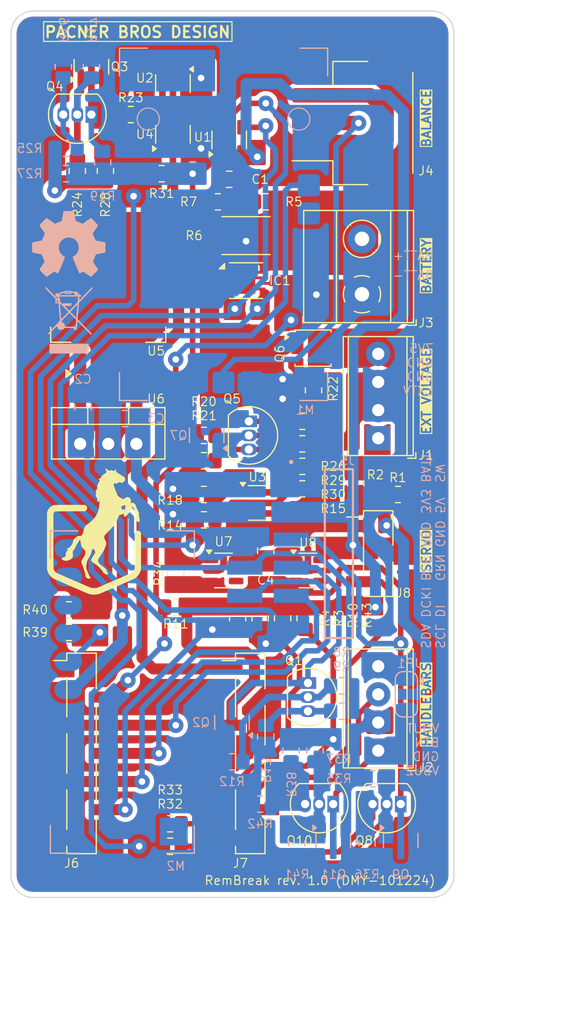
<source format=kicad_pcb>
(kicad_pcb (version 20241129) (generator "pcbnew") (generator_version "8.99")
  (layers (0 "F.Cu" signal) (2 "B.Cu" signal) (13 "F.Paste" user) (15 "B.Paste" user) (5 "F.SilkS" user "F.Silkscreen") (7 "B.SilkS" user "B.Silkscreen") (1 "F.Mask" user) (3 "B.Mask" user) (25 "Edge.Cuts" user))
  (net 0 "")
  (net 1 "GND")
  (net 2 "+5V")
  (net 3 "Net-(U3-VOUT)")
  (net 4 "+7.5V")
  (net 5 "Net-(IC1-SENSE-)")
  (net 6 "Net-(U1-IN+)")
  (net 7 "Net-(U1-IN-)")
  (net 8 "Net-(U7-VOUT)")
  (net 9 "/break_control/I2C.SDA")
  (net 10 "/break_control/BUTTON")
  (net 11 "/break_control/I2C.SCL")
  (net 12 "/break_control/DISPLAY.DCKI")
  (net 13 "/break_control/SERVO")
  (net 14 "/break_control/VBUS")
  (net 15 "Net-(Q1-B)")
  (net 16 "Net-(Q1-E)")
  (net 17 "/break_control/BUZZER")
  (net 18 "Net-(Q3-B)")
  (net 19 "/break_control/DISPLAY.DI")
  (net 20 "Net-(Q4-E)")
  (net 21 "/break_control/BUZZ")
  (net 23 "Net-(Q3-C)")
  (net 24 "Net-(Q5-C)")
  (net 25 "Net-(Q5-E)")
  (net 26 "Net-(Q5-B)")
  (net 27 "Net-(Q6-G)")
  (net 28 "Net-(Q8-E)")
  (net 29 "+3V3")
  (net 30 "Net-(Q8-B)")
  (net 31 "Net-(Q10-E)")
  (net 32 "Net-(U3-VDD)")
  (net 33 "/power_manager/EN")
  (net 34 "Net-(R24-Pad1)")
  (net 36 "Net-(M1-Vin)")
  (net 39 "/break_control/BALARM")
  (net 40 "Net-(M2-D0)")
  (net 41 "Net-(Q10-B)")
  (net 48 "/control_connector/ONOFF")
  (net 49 "/control_connector/VBATT")
  (net 50 "/control_connector/LED GREEN")
  (net 51 "/control_connector/LED RED")
  (net 52 "Net-(J4-Pin_2)")
  (net 53 "/break_control/RF SWITCH")
  (net 54 "Net-(J2-Pin_4)")
  (net 55 "Net-(J1-Pin_1)")
  (net 56 "/control_connector/LED BLUE")
  (net 57 "Net-(JP1-C)")
  (footprint "Resistor_SMD:R_0805_2012Metric_Pad1.20x1.40mm_HandSolder" (layer "F.Cu") (at 146.304 97.028)
    (property "Reference" "R26")
    (property "Value" "10k" (hide yes))
  )
  (footprint "Resistor_SMD:R_0805_2012Metric_Pad1.20x1.40mm_HandSolder" (layer "F.Cu") (at 154.94 103.632 180)
    (property "Reference" "R1")
    (property "Value" "0R" (hide yes))
  )
  (footprint "Resistor_SMD:R_0805_2012Metric_Pad1.20x1.40mm_HandSolder" (layer "F.Cu") (at 125.984 74.422 90)
    (property "Reference" "R24")
    (property "Value" "4k2" (hide yes))
  )
  (footprint "Connector_JST:JST_XH_S3B-XH-SM4-TB_1x03-1MP_P2.50mm_Horizontal" (layer "F.Cu") (at 150.876 70.104 90)
    (property "Reference" "J4")
    (property "Value" "Conn_01x03_MountingPin" (hide yes))
  )
  (footprint "Resistor_SMD:R_0805_2012Metric_Pad1.20x1.40mm_HandSolder" (layer "F.Cu") (at 146.558 114.808 -90)
    (property "Reference" "R43")
    (property "Value" "10k" (hide yes))
  )
  (footprint "Package_SO:Vishay_PowerPAK_1212-8_Single" (layer "F.Cu") (at 147.2705 90.424)
    (property "Reference" "Q6")
    (property "Value" "SiS415DNT" (hide yes))
  )
  (footprint "Resistor_SMD:R_0805_2012Metric_Pad1.20x1.40mm_HandSolder" (layer "F.Cu") (at 138.684 77.216)
    (property "Reference" "R7")
    (property "Value" "10" (hide yes))
  )
  (footprint "Capacitor_SMD:C_0805_2012Metric_Pad1.18x1.45mm_HandSolder" (layer "F.Cu") (at 139.7 75.184 180)
    (property "Reference" "C1")
    (property "Value" "100nF" (hide yes))
  )
  (footprint "Package_TO_SOT_SMD:SOT-23-8" (layer "F.Cu") (at 139.7 71.628 90)
    (property "Reference" "U1")
    (property "Value" "INA219BxDCN" (hide yes))
  )
  (footprint "Capacitor_SMD:C_0805_2012Metric_Pad1.18x1.45mm_HandSolder" (layer "F.Cu") (at 143.002 108.712 90)
    (property "Reference" "C4")
    (property "Value" "10uF" (hide yes))
  )
  (footprint "Package_TO_SOT_SMD:SOT-23" (layer "F.Cu") (at 127.254 65.024 90)
    (property "Reference" "Q3")
    (property "Value" "BC847" (hide yes))
  )
  (footprint "TerminalBlock_Phoenix:TerminalBlock_Phoenix_MKDS-1,5-2_1x02_P5.00mm_Horizontal" (layer "F.Cu") (at 151.689 85.558 90)
    (property "Reference" "J3")
    (property "Value" "Screw_Terminal_01x02" (hide yes))
  )
  (footprint "Resistor_SMD:R_0805_2012Metric_Pad1.20x1.40mm_HandSolder" (layer "F.Cu") (at 143.002 77.216 180)
    (property "Reference" "R5")
    (property "Value" "10" (hide yes))
  )
  (footprint "Resistor_SMD:R_0805_2012Metric_Pad1.20x1.40mm_HandSolder" (layer "F.Cu") (at 133.604 74.676)
    (property "Reference" "R31")
    (property "Value" "47k" (hide yes))
  )
  (footprint "Package_TO_SOT_THT:TO-92_Inline" (layer "F.Cu") (at 149.098 131.572 180)
    (property "Reference" "Q10")
    (property "Value" "BC337" (hide yes))
  )
  (footprint "Resistor_SMD:R_0805_2012Metric_Pad1.20x1.40mm_HandSolder" (layer "F.Cu") (at 137.414 100.584)
    (property "Reference" "R21")
    (property "Value" "4k2" (hide yes))
  )
  (footprint "Resistor_SMD:R_0805_2012Metric_Pad1.20x1.40mm_HandSolder" (layer "F.Cu") (at 125.222 116.078)
    (property "Reference" "R39")
    (property "Value" "5k" (hide yes))
  )
  (footprint "Resistor_SMD:R_0805_2012Metric_Pad1.20x1.40mm_HandSolder" (layer "F.Cu") (at 137.414 103.632 180)
    (property "Reference" "R18")
    (property "Value" "10k" (hide yes))
  )
  (footprint "Resistor_SMD:R_0805_2012Metric_Pad1.20x1.40mm_HandSolder" (layer "F.Cu") (at 128.524 74.422 -90)
    (property "Reference" "R28")
    (property "Value" "0R" (hide yes))
  )
  (footprint "Package_TO_SOT_THT:TO-92_Inline" (layer "F.Cu") (at 155.194 131.572 180)
    (property "Reference" "Q8")
    (property "Value" "BC337" (hide yes))
  )
  (footprint "TerminalBlock_Phoenix:TerminalBlock_Phoenix_MPT-0,5-4-2.54_1x04_P2.54mm_Horizontal" (layer "F.Cu") (at 153.162 126.751 90)
    (property "Reference" "J2")
    (property "Value" "Screw_Terminal_01x04" (hide yes))
  )
  (footprint "Package_TO_SOT_SMD:TO-263-2" (layer "F.Cu") (at 128.778 85.066 90)
    (property "Reference" "U5")
    (property "Value" "L7805" (hide yes))
  )
  (footprint "Resistor_SMD:R_0805_2012Metric_Pad1.20x1.40mm_HandSolder" (layer "F.Cu") (at 125.222 114.046 180)
    (property "Reference" "R40")
    (property "Value" "10k" (hide yes))
  )
  (footprint "Package_TO_SOT_SMD:SOT-23-5" (layer "F.Cu") (at 139.1865 110.49)
    (property "Reference" "U7")
    (property "Value" "XC6220B331MR" (hide yes))
  )
  (footprint "Resistor_SMD:R_0805_2012Metric_Pad1.20x1.40mm_HandSolder" (layer "F.Cu") (at 142.494 114.808 -90)
    (property "Reference" "R3")
    (property "Value" "10k" (hide yes))
  )
  (footprint "Connector_PinSocket_2.54mm:PinSocket_1x07_P2.54mm_Vertical_SMD_Pin1Left" (layer "F.Cu") (at 126.365 127)
    (property "Reference" "J6")
    (property "Value" "Conn_01x07" (hide yes))
  )
  (footprint "Package_TO_SOT_THT:TO-92_Inline" (layer "F.Cu") (at 141.478 97.028 -90)
    (property "Reference" "Q5")
    (property "Value" "BC337" (hide yes))
  )
  (footprint "Resistor_SMD:R_0805_2012Metric_Pad1.20x1.40mm_HandSolder" (layer "F.Cu") (at 146.304 101.092 180)
    (property "Reference" "R30")
    (property "Value" "0R" (hide yes))
  )
  (footprint "Resistor_SMD:R_0805_2012Metric_Pad1.20x1.40mm_HandSolder" (layer "F.Cu") (at 144.526 114.808 -90)
    (property "Reference" "R10")
    (property "Value" "10k" (hide yes))
  )
  (footprint "Resistor_SMD:R_0805_2012Metric_Pad1.20x1.40mm_HandSolder" (layer "F.Cu") (at 147.32 94.234 90)
    (property "Reference" "R22")
    (property "Value" "10k" (hide yes))
  )
  (footprint "Resistor_SMD:R_0805_2012Metric_Pad1.20x1.40mm_HandSolder" (layer "F.Cu") (at 134.874 113.792 180)
    (property "Reference" "R11")
    (property "Value" "10k" (hide yes))
  )
  (footprint "Resistor_SMD:R_0805_2012Metric_Pad1.20x1.40mm_HandSolder" (layer "F.Cu") (at 134.366 133.35)
    (property "Reference" "R33")
    (property "Value" "4k2" (hide yes))
  )
  (footprint "Resistor_SMD:R_0805_2012Metric_Pad1.20x1.40mm_HandSolder" (layer "F.Cu") (at 134.874 110.744 90)
    (property "Reference" "R34")
    (property "Value" "10k" (hide yes))
  )
  (footprint "Resistor_SMD:R_0805_2012Metric_Pad1.20x1.40mm_HandSolder" (layer "F.Cu") (at 130.81 69.342 180)
    (property "Reference" "R23")
    (property "Value" "4k2" (hide yes))
  )
  (footprint "Resistor_SMD:R_0805_2012Metric_Pad1.20x1.40mm_HandSolder" (layer "F.Cu") (at 146.304 103.124 180)
    (property "Reference" "R15")
    (property "Value" "100k" (hide yes))
  )
  (footprint "Package_TO_SOT_THT:TO-92_Inline" (layer "F.Cu") (at 127.254 69.342 180)
    (property "Reference" "Q4")
    (property "Value" "BC337" (hide yes))
  )
  (footprint "Package_DFN_QFN:DFN-8-1EP_3x3mm_P0.5mm_EP1.66x2.38mm" (layer "F.Cu") (at 141.224 84.328)
    (property "Reference" "IC1")
    (property "Value" "LTC2943IDD#TRPBF" (hide yes))
  )
  (footprint "Resistor_SMD:R_0805_2012Metric_Pad1.20x1.40mm_HandSolder" (layer "F.Cu") (at 134.366 135.382)
    (property "Reference" "R32")
    (property "Value" "4k2" (hide yes))
  )
  (footprint "Package_TO_SOT_THT:TO-92_Inline" (layer "F.Cu") (at 146.812 120.65 -90)
    (property "Reference" "Q1")
    (property "Value" "BC337" (hide yes))
  )
  (footprint "Package_TO_SOT_SMD:SOT-23-5" (layer "F.Cu") (at 146.812 110.49)
    (property "Reference" "U8")
    (property "Value" "MAX40200AUK" (hide yes))
  )
  (footprint "Package_TO_SOT_SMD:SOT-23-5" (layer "F.Cu") (at 134.62 66.548 -90)
    (property "Reference" "U2")
    (property "Value" "MAX40200AUK" (hide yes))
  )
  (footprint "Resistor_SMD:R_0805_2012Metric_Pad1.20x1.40mm_HandSolder" (layer "F.Cu") (at 140.462 114.808 -90)
    (property "Reference" "R4")
    (property "Value" "10k" (hide yes))
  )
  (footprint "Resistor_SMD:R_0805_2012Metric_Pad1.20x1.40mm_HandSolder" (layer "F.Cu") (at 146.304 99.06 180)
    (property "Reference" "R29")
    (property "Value" "4k2" (hide yes))
  )
  (footprint "Resistor_SMD:R_0805_2012Metric_Pad1.20x1.40mm_HandSolder" (layer "F.Cu") (at 137.414 105.918 180)
    (property "Reference" "R14")
    (property "Value" "50k" (hide yes))
  )
  (footprint "Package_TO_SOT_SMD:SOT-23-5" (layer "F.Cu") (at 142.24 104.394)
    (property "Reference" "U3")
    (property "Value" "BD48ExxG" (hide yes))
  )
  (footprint "Package_TO_SOT_SMD:SOT-23-5" (layer "F.Cu") (at 134.62 71.12 90)
    (property "Reference" "U4")
    (property "Value" "BD48ExxG" (hide yes))
  )
  (footprint "Resistor_SMD:R_2512_6332Metric_Pad1.40x3.35mm_HandSolder" (layer "F.Cu") (at 141.224 80.264 180)
    (property "Reference" "R6")
    (property "Value" "001R" (hide yes))
  )
  (footprint "Connector_PinHeader_2.54mm:PinHeader_1x03_P2.54mm_Vertical_SMD_Pin1Left" (layer "F.Cu") (at 153.162 108.966)
    (property "Reference" "J8")
    (property "Value" "Conn_01x03" (hide yes))
  )
  (footprint "Package_TO_SOT_THT:TO-220-3_Vertical" (layer "F.Cu") (at 126.238 99.06)
    (property "Reference" "U6")
    (property "Value" "L7805" (hide yes))
  )
  (footprint "Resistor_SMD:R_0805_2012Metric_Pad1.20x1.40mm_HandSolder" (layer "F.Cu") (at 137.414 98.298)
    (property "Reference" "R20")
    (property "Value" "4k2" (hide yes))
  )
  (footprint "TerminalBlock_Phoenix:TerminalBlock_Phoenix_MPT-0,5-4-2.54_1x04_P2.54mm_Horizontal" (layer "F.Cu") (at 153.162 98.557 90)
    (property "Reference" "J1")
    (property "Value" "Screw_Terminal_01x04" (hide yes))
  )
  (footprint "Connector_PinSocket_2.54mm:PinSocket_1x07_P2.54mm_Vertical_SMD_Pin1Left" (layer "F.Cu") (at 141.605 127)
    (property "Reference" "J7")
    (property "Value" "Conn_01x07" (hide yes))
  )
  (footprint "Resistor_SMD:R_0805_2012Metric_Pad1.20x1.40mm_HandSolder" (layer "F.Cu") (at 151.13 102.616 -90)
    (property "Reference" "R2")
    (property "Value" "0R" (hide yes))
  )
  (footprint "Package_TO_SOT_SMD:SOT-23" (layer "B.Cu") (at 149.098 134.874 -90)
    (property "Reference" "Q11")
    (property "Value" "BC847" (hide yes))
  )
  (footprint "Capacitor_SMD:C_0805_2012Metric_Pad1.18x1.45mm_HandSolder" (layer "B.Cu") (at 130.302 96.774 180)
    (property "Reference" "C3")
    (property "Value" "0.1uF" (hide yes))
  )
  (footprint "Resistor_SMD:R_0805_2012Metric_Pad1.20x1.40mm_HandSolder" (layer "B.Cu") (at 147.447 126.746 -90)
    (property "Reference" "R37")
    (property "Value" "4k2" (hide yes))
  )
  (footprint "Package_TO_SOT_SMD:SOT-23" (layer "B.Cu") (at 155.194 134.874 -90)
    (property "Reference" "Q9")
    (property "Value" "BC847" (hide yes))
  )
  (footprint "Package_TO_SOT_SMD:SOT-23" (layer "B.Cu") (at 137.668 98.298 90)
    (property "Reference" "Q7")
    (property "Value" "BC847" (hide yes))
  )
  (footprint "Resistor_SMD:R_0805_2012Metric_Pad1.20x1.40mm_HandSolder" (layer "B.Cu") (at 142.494 131.572)
    (property "Reference" "R42")
    (property "Value" "0R" (hide yes))
  )
  (footprint "Capacitor_SMD:C_0805_2012Metric_Pad1.18x1.45mm_HandSolder" (layer "B.Cu") (at 126.492 95.758 90)
    (property "Reference" "C2")
    (property "Value" "0.1uF" (hide yes))
  )
  (footprint "Symbol:OSHW-Symbol_6.7x6mm_SilkScreen" (layer "B.Cu") (at 125.222 81.026 180)
    (property "Reference" "REF**" (hide yes))
    (property "Value" "OSHW-Symbol_6.7x6mm_SilkScreen" (hide yes))
  )
  (footprint "Jumper:SolderJumper-3_P1.3mm_Open_RoundedPad1.0x1.5mm" (layer "B.Cu") (at 155.702 121.666 -90)
    (property "Reference" "JP1")
    (property "Value" "SolderJumper_3_Open" (hide yes))
  )
  (footprint "Symbol:WEEE-Logo_4.2x6mm_SilkScreen" (layer "B.Cu") (at 125.222 87.884 180)
    (property "Reference" "REF**" (hide yes))
    (property "Value" "WEEE-Logo_4.2x6mm_SilkScreen" (hide yes))
  )
  (footprint "chinese_modules:RF_controller" (layer "B.Cu") (at 130.048 121.412 -90)
    (property "Reference" "M2")
    (property "Value" "~")
  )
  (footprint "chinese_modules:USBC_charger" (layer "B.Cu") (at 139.192 79.248 -90)
    (property "Reference" "M1")
    (property "Value" "~")
  )
  (footprint "Resistor_SMD:R_0805_2012Metric_Pad1.20x1.40mm_HandSolder" (layer "B.Cu") (at 139.954 127.762)
    (property "Reference" "R12")
    (property "Value" "4k2" (hide yes))
  )
  (footprint "Resistor_SMD:R_0805_2012Metric_Pad1.20x1.40mm_HandSolder" (layer "B.Cu") (at 127.254 65.024 -90)
    (property "Reference" "R17")
    (property "Value" "4k2" (hide yes))
  )
  (footprint "Package_TO_SOT_SMD:SOT-23" (layer "B.Cu") (at 139.954 124.206 90)
    (property "Reference" "Q2")
    (property "Value" "BC847" (hide yes))
  )
  (footprint "Resistor_SMD:R_0805_2012Metric_Pad1.20x1.40mm_HandSolder" (layer "B.Cu") (at 124.968 72.39)
    (property "Reference" "R25")
    (property "Value" "4k2" (hide yes))
  )
  (footprint "Resistor_SMD:R_0805_2012Metric_Pad1.20x1.40mm_HandSolder" (layer "B.Cu") (at 145.796 135.128 90)
    (property "Reference" "R41")
    (property "Value" "4k2" (hide yes))
  )
  (footprint "chinese_modules:SAMTEC_TSM-106-01-L-DH-P-TR" (layer "B.Cu") (at 149.606 108.966 90)
    (property "Reference" "J5")
    (property "Value" "Conn_02x06_Odd_Even" (hide yes))
  )
  (footprint "Resistor_SMD:R_0805_2012Metric_Pad1.20x1.40mm_HandSolder" (layer "B.Cu") (at 149.86 120.904 180)
    (property "Reference" "R8")
    (property "Value" "4k2" (hide yes))
  )
  (footprint "Resistor_SMD:R_0805_2012Metric_Pad1.20x1.40mm_HandSolder" (layer "B.Cu") (at 128.27 73.66 -90)
    (property "Reference" "R19")
    (property "Value" "0R" (hide yes))
  )
  (footprint "Resistor_SMD:R_0805_2012Metric_Pad1.20x1.40mm_HandSolder" (layer "B.Cu") (at 145.288 126.746 -90)
    (property "Reference" "R38")
    (property "Value" "4k2" (hide yes))
  )
  (footprint "Resistor_SMD:R_0805_2012Metric_Pad1.20x1.40mm_HandSolder" (layer "B.Cu") (at 124.968 74.676)
    (property "Reference" "R27")
    (property "Value" "0R" (hide yes))
  )
  (footprint "Resistor_SMD:R_0805_2012Metric_Pad1.20x1.40mm_HandSolder" (layer "B.Cu") (at 149.86 123.19 180)
    (property "Reference" "R9")
    (property "Value" "4k2" (hide yes))
  )
  (footprint "Resistor_SMD:R_0805_2012Metric_Pad1.20x1.40mm_HandSolder" (layer "B.Cu") (at 152.67 129.286)
    (property "Reference" "R35")
    (property "Value" "4k2" (hide yes))
  )
  (footprint "Resistor_SMD:R_0805_2012Metric_Pad1.20x1.40mm_HandSolder" (layer "B.Cu") (at 152.146 135.128 90)
    (property "Reference" "R36")
    (property "Value" "0R" (hide yes))
  )
  (footprint "Resistor_SMD:R_0805_2012Metric_Pad1.20x1.40mm_HandSolder" (layer "B.Cu") (at 124.714 65.024 -90)
    (property "Reference" "R16")
    (property "Value" "0R" (hide yes))
  )
  (footprint "Resistor_SMD:R_0805_2012Metric_Pad1.20x1.40mm_HandSolder" (layer "B.Cu") (at 143.002 125.476 90)
    (property "Reference" "R13")
    (property "Value" "0R" (hide yes))
  )
  (gr_poly (pts (xy 128.521706 101.267578) (xy 128.523265 101.267923) (xy 128.525039 101.268472) (xy 128.527028 101.269223) (xy 128.52923 101.270175) (xy 128.534274 101.272682) (xy 128.540163 101.275987) (xy 128.546893 101.280082) (xy 128.554456 101.284962) (xy 128.562848 101.29062) (xy 128.572062 101.29705) (xy 128.582092 101.304245) (xy 128.592931 101.3122) (xy 128.604575 101.320907) (xy 128.617017 101.330361) (xy 128.644271 101.351483) (xy 128.668551 101.370265) (xy 128.692428 101.388328) (xy 128.715291 101.405236) (xy 128.736532 101.420554) (xy 128.75554 101.433847) (xy 128.771706 101.44468) (xy 128.784421 101.452618) (xy 128.789294 101.455366) (xy 128.793075 101.457226) (xy 128.799733 101.459834) (xy 128.806874 101.462046) (xy 128.814527 101.463859) (xy 128.82272 101.465275) (xy 128.831483 101.466292) (xy 128.840843 101.46691) (xy 128.850829 101.467129) (xy 128.861471 101.466948) (xy 128.872796 101.466366) (xy 128.884833 101.465384) (xy 128.897611 101.464) (xy 128.911159 101.462215) (xy 128.925505 101.460027) (xy 128.940677 101.457437) (xy 128.956705 101.454444) (xy 128.973617 101.451046) (xy 128.986563 101.4486) (xy 128.999508 101.446744) (xy 129.012514 101.445487) (xy 129.025643 101.444839) (xy 129.038956 101.444808) (xy 129.052513 101.445405) (xy 129.066377 101.446637) (xy 129.080608 101.448515) (xy 129.095268 101.451048) (xy 129.110418 101.454244) (xy 129.126119 101.458114) (xy 129.142433 101.462666) (xy 129.159421 101.467909) (xy 129.177144 101.473853) (xy 129.195664 101.480508) (xy 129.215042 101.487881) (xy 129.231743 101.494159) (xy 129.247078 101.499439) (xy 129.261013 101.503711) (xy 129.273511 101.506966) (xy 129.279211 101.508209) (xy 129.284539 101.509195) (xy 129.28949 101.509923) (xy 129.294059 101.51039) (xy 129.298244 101.510597) (xy 129.302039 101.510541) (xy 129.305439 101.510223) (xy 129.308441 101.50964) (xy 129.309702 101.509211) (xy 129.311126 101.508593) (xy 129.314442 101.506813) (xy 129.31834 101.504341) (xy 129.322775 101.501215) (xy 129.327698 101.497477) (xy 129.333064 101.493166) (xy 129.338823 101.488324) (xy 129.34493 101.482991) (xy 129.351337 101.477206) (xy 129.357998 101.471009) (xy 129.364864 101.464443) (xy 129.371889 101.457545) (xy 129.379026 101.450358) (xy 129.386227 101.44292) (xy 129.393445 101.435273) (xy 129.400634 101.427456) (xy 129.414815 101.412094) (xy 129.428515 101.397769) (xy 129.441402 101.384791) (xy 129.453144 101.373473) (xy 129.463407 101.364126) (xy 129.471861 101.357064) (xy 129.475305 101.354487) (xy 129.478172 101.352598) (xy 129.480421 101.351436) (xy 129.482009 101.35104) (xy 129.483157 101.351105) (xy 129.484223 101.351306) (xy 129.485206 101.351653) (xy 129.485667 101.351883) (xy 129.486107 101.352154) (xy 129.486525 101.352466) (xy 129.486923 101.35282) (xy 129.4873 101.353217) (xy 129.487656 101.353659) (xy 129.488305 101.354682) (xy 129.488869 101.355897) (xy 129.489348 101.357314) (xy 129.489741 101.358942) (xy 129.490048 101.360791) (xy 129.490268 101.36287) (xy 129.490402 101.365189) (xy 129.490448 101.367757) (xy 129.490406 101.370583) (xy 129.490276 101.373677) (xy 129.490057 101.377048) (xy 129.489749 101.380705) (xy 129.489351 101.384659) (xy 129.488863 101.388917) (xy 129.488284 101.393491) (xy 129.487615 101.398389) (xy 129.486 101.409195) (xy 129.484017 101.42141) (xy 129.481661 101.43511) (xy 129.478927 101.450371) (xy 129.475814 101.467266) (xy 129.473961 101.47824) (xy 129.472647 101.488735) (xy 129.471881 101.498782) (xy 129.471674 101.508415) (xy 129.472034 101.517665) (xy 129.472971 101.526565) (xy 129.474493 101.535146) (xy 129.476612 101.54344) (xy 129.479334 101.55148) (xy 129.482672 101.559298) (xy 129.486632 101.566925) (xy 129.491225 101.574394) (xy 129.496461 101.581737) (xy 129.502347 101.588985) (xy 129.508895 101.596172) (xy 129.516113 101.603329) (xy 129.520463 101.607008) (xy 129.527332 101.612234) (xy 129.548034 101.626938) (xy 129.577036 101.646663) (xy 129.613153 101.67063) (xy 129.655202 101.698059) (xy 129.701998 101.728172) (xy 129.752359 101.760189) (xy 129.805099 101.793331) (xy 130.056982 101.951165) (xy 130.134487 102.000843) (xy 130.187253 102.036339) (xy 130.220944 102.061634) (xy 130.232407 102.0717) (xy 130.241224 102.08071) (xy 130.248105 102.08916) (xy 130.253756 102.097548) (xy 130.264205 102.116131) (xy 130.273492 102.134976) (xy 130.281233 102.154404) (xy 130.287437 102.17432) (xy 130.292114 102.19463) (xy 130.295273 102.215238) (xy 130.296922 102.23605) (xy 130.297072 102.256972) (xy 130.29573 102.277909) (xy 130.292906 102.298766) (xy 130.28861 102.319448) (xy 130.282849 102.339862) (xy 130.275634 102.359912) (xy 130.266973 102.379503) (xy 130.256875 102.398542) (xy 130.24535 102.416933) (xy 130.232406 102.434582) (xy 130.223321 102.444919) (xy 130.211446 102.456646) (xy 130.197191 102.469478) (xy 130.180965 102.483133) (xy 130.16318 102.497327) (xy 130.144245 102.511775) (xy 130.12457 102.526194) (xy 130.104566 102.540301) (xy 130.084643 102.55381) (xy 130.06521 102.566439) (xy 130.046678 102.577904) (xy 130.029457 102.587921) (xy 130.013958 102.596206) (xy 130.000589 102.602475) (xy 129.989763 102.606444) (xy 129.98543 102.607478) (xy 129.981887 102.60783) (xy 129.979948 102.607769) (xy 129.977966 102.607587) (xy 129.975949 102.607291) (xy 129.973902 102.606884) (xy 129.969749 102.605763) (xy 129.965562 102.604262) (xy 129.961396 102.602423) (xy 129.957305 102.600287) (xy 129.953344 102.597893) (xy 129.949567 102.595282) (xy 129.94603 102.592495) (xy 129.942788 102.589571) (xy 129.939894 102.586552) (xy 129.937403 102.583478) (xy 129.936327 102.581933) (xy 129.935371 102.580389) (xy 129.934544 102.578852) (xy 129.933852 102.577326) (xy 129.933302 102.575817) (xy 129.9329 102.574329) (xy 129.932654 102.572868) (xy 129.932571 102.571438) (xy 129.932477 102.569575) (xy 129.932197 102.567739) (xy 129.931733 102.565931) (xy 129.931086 102.564153) (xy 129.930259 102.562405) (xy 129.929254 102.560689) (xy 129.928073 102.559004) (xy 129.926717 102.557354) (xy 129.925189 102.555737) (xy 129.923491 102.554156) (xy 129.921625 102.55261) (xy 129.919592 102.551102) (xy 129.917396 102.549633) (xy 129.915037 102.548202) (xy 129.912518 102.546811) (xy 129.909841 102.545462) (xy 129.907008 102.544155) (xy 129.90402 102.54289) (xy 129.900881 102.54167) (xy 129.897591 102.540495) (xy 129.894153 102.539365) (xy 129.890569 102.538283) (xy 129.886842 102.537248) (xy 129.882971 102.536263) (xy 129.878961 102.535327) (xy 129.874813 102.534442) (xy 129.870529 102.533609) (xy 129.866111 102.532829) (xy 129.86156 102.532102) (xy 129.85688 102.53143) (xy 129.852071 102.530814) (xy 129.847137 102.530255) (xy 129.832021 102.528801) (xy 129.817815 102.52781) (xy 129.804413 102.527306) (xy 129.791708 102.527313) (xy 129.779594 102.527857) (xy 129.767964 102.528962) (xy 129.756713 102.530653) (xy 129.745733 102.532954) (xy 129.734918 102.535889) (xy 129.724161 102.539485) (xy 129.713357 102.543765) (xy 129.702398 102.548753) (xy 129.691179 102.554476) (xy 129.679592 102.560956) (xy 129.667532 102.56822) (xy 129.654891 102.57629) (xy 129.643344 102.583665) (xy 129.631324 102.59094) (xy 129.618949 102.598063) (xy 129.606337 102.604984) (xy 129.580869 102.618013) (xy 129.555862 102.629614) (xy 129.543824 102.634751) (xy 129.532253 102.639376) (xy 129.521267 102.643439) (xy 129.510983 102.646888) (xy 129.501519 102.649672) (xy 129.492991 102.651738) (xy 129.485518 102.653037) (xy 129.479217 102.653515) (xy 129.477264 102.653413) (xy 129.474753 102.653113) (xy 129.471723 102.652625) (xy 129.468212 102.65196) (xy 129.459897 102.650137) (xy 129.450113 102.647724) (xy 129.439162 102.644802) (xy 129.427347 102.641452) (xy 129.414973 102.637753) (xy 129.402343 102.633786) (xy 129.389865 102.629892) (xy 129.378351 102.626657) (xy 129.367734 102.624092) (xy 129.357947 102.622212) (xy 129.348921 102.621031) (xy 129.340588 102.620562) (xy 129.332881 102.62082) (xy 129.329241 102.621226) (xy 129.325733 102.621819) (xy 129.322346 102.6226) (xy 129.319074 102.623572) (xy 129.315908 102.624735) (xy 129.312838 102.626092) (xy 129.309858 102.627645) (xy 129.306957 102.629395) (xy 129.304129 102.631344) (xy 129.301363 102.633494) (xy 129.295989 102.638402) (xy 129.290765 102.644134) (xy 129.285626 102.650703) (xy 129.280502 102.658123) (xy 129.278079 102.661954) (xy 129.275955 102.665676) (xy 129.275004 102.667528) (xy 129.274126 102.669389) (xy 129.273319 102.671272) (xy 129.272584 102.673189) (xy 129.271919 102.675152) (xy 129.271324 102.677174) (xy 129.270797 102.679267) (xy 129.270339 102.681442) (xy 129.269948 102.683712) (xy 129.269624 102.68609) (xy 129.269365 102.688587) (xy 129.269172 102.691216) (xy 129.269043 102.693988) (xy 129.268978 102.696917) (xy 129.269035 102.703291) (xy 129.269338 102.710436) (xy 129.26988 102.718449) (xy 129.270656 102.727428) (xy 129.271659 102.737471) (xy 129.272883 102.748674) (xy 129.274322 102.761135) (xy 129.276774 102.77885) (xy 129.279886 102.797369) (xy 129.283723 102.816893) (xy 129.288345 102.837627) (xy 129.293818 102.859772) (xy 129.300204 102.883532) (xy 129.307566 102.909109) (xy 129.315967 102.936705) (xy 129.336141 102.998768) (xy 129.36123 103.071343) (xy 129.39174 103.15605) (xy 129.428176 103.254513) (xy 129.461595 103.342317) (xy 129.492114 103.418936) (xy 129.520356 103.485671) (xy 129.546941 103.543822) (xy 129.572493 103.594689) (xy 129.597634 103.639573) (xy 129.622985 103.679775) (xy 129.649169 103.716595) (xy 129.660637 103.731521) (xy 129.671957 103.745589) (xy 129.683266 103.758912) (xy 129.694699 103.7716) (xy 129.706393 103.783767) (xy 129.718485 103.795525) (xy 129.731109 103.806984) (xy 129.744403 103.818259) (xy 129.758503 103.829459) (xy 129.773545 103.840699) (xy 129.789665 103.852088) (xy 129.806999 103.863741) (xy 129.825684 103.875768) (xy 129.845856 103.888282) (xy 129.86765 103.901395) (xy 129.891204 103.915219) (xy 129.910313 103.926437) (xy 129.929688 103.938086) (xy 129.967105 103.961312) (xy 129.984079 103.972205) (xy 129.999184 103.982162) (xy 130.011886 103.990843) (xy 130.021652 103.997906) (xy 130.031877 104.005432) (xy 130.041718 104.012241) (xy 130.051206 104.01834) (xy 130.060371 104.023741) (xy 130.069246 104.028452) (xy 130.077861 104.032481) (xy 130.086247 104.035838) (xy 130.094436 104.038533) (xy 130.102459 104.040573) (xy 130.110348 104.041969) (xy 130.118133 104.04273) (xy 130.125846 104.042864) (xy 130.133518 104.042381) (xy 130.14118 104.04129) (xy 130.148864 104.0396) (xy 130.1566 104.03732) (xy 130.160571 104.035822) (xy 130.165599 104.033679) (xy 130.178527 104.027618) (xy 130.194777 104.019456) (xy 130.213741 104.009512) (xy 130.234812 103.998108) (xy 130.257383 103.985561) (xy 130.280846 103.972194) (xy 130.304595 103.958325) (xy 130.351841 103.930523) (xy 130.395614 103.905157) (xy 130.431033 103.885036) (xy 130.453216 103.872967) (xy 130.461393 103.86918) (xy 130.470123 103.865888) (xy 130.479322 103.863091) (xy 130.488901 103.86079) (xy 130.498776 103.858987) (xy 130.508859 103.857681) (xy 130.519065 103.856874) (xy 130.529306 103.856566) (xy 130.539496 103.856758) (xy 130.54955 103.857451) (xy 130.55938 103.858646) (xy 130.568901 103.860344) (xy 130.578025 103.862544) (xy 130.586667 103.865249) (xy 130.59474 103.868458) (xy 130.602157 103.872174) (xy 130.614633 103.879364) (xy 130.627764 103.887365) (xy 130.655282 103.905249) (xy 130.683279 103.924735) (xy 130.710325 103.944733) (xy 130.73499 103.964151) (xy 130.755843 103.9819) (xy 130.764394 103.989807) (xy 130.771455 103.996887) (xy 130.776848 104.003004) (xy 130.780395 104.008023) (xy 130.785618 104.018296) (xy 130.790579 104.030512) (xy 130.795255 104.044505) (xy 130.799625 104.060109) (xy 130.803667 104.077158) (xy 130.807361 104.095487) (xy 130.810683 104.114928) (xy 130.813613 104.135317) (xy 130.816129 104.156488) (xy 130.818209 104.178274) (xy 130.819832 104.20051) (xy 130.820976 104.223031) (xy 130.821619 104.245669) (xy 130.821739 104.26826) (xy 130.821316 104.290636) (xy 130.820327 104.312634) (xy 130.814147 104.418789) (xy 130.874542 104.396908) (xy 130.888603 104.392008) (xy 130.902041 104.387768) (xy 130.914919 104.384188) (xy 130.9273 104.381267) (xy 130.939247 104.379007) (xy 130.950823 104.377406) (xy 130.962091 104.376465) (xy 130.973115 104.376185) (xy 130.983958 104.376564) (xy 130.994682 104.377604) (xy 131.005351 104.379303) (xy 131.016027 104.381662) (xy 131.026775 104.384682) (xy 131.037656 104.388362) (xy 131.048735 104.392702) (xy 131.060073 104.397702) (xy 131.068691 104.401973) (xy 131.077447 104.40681) (xy 131.09527 104.418054) (xy 131.113327 104.431172) (xy 131.1314 104.445902) (xy 131.149274 104.461983) (xy 131.166733 104.479153) (xy 131.18356 104.497149) (xy 131.199541 104.515711) (xy 131.214457 104.534577) (xy 131.228095 104.553485) (xy 131.240237 104.572174) (xy 131.250667 104.590381) (xy 131.259169 104.607845) (xy 131.26263 104.616217) (xy 131.265528 104.624305) (xy 131.267836 104.632076) (xy 131.269527 104.639499) (xy 131.270574 104.646539) (xy 131.27095 104.653164) (xy 131.27145 104.661337) (xy 131.27298 104.67101) (xy 131.275578 104.682281) (xy 131.279287 104.695249) (xy 131.284146 104.710013) (xy 131.290197 104.726671) (xy 131.297479 104.745322) (xy 131.306035 104.766064) (xy 131.315905 104.788997) (xy 131.327129 104.814218) (xy 131.353804 104.871921) (xy 131.386386 104.939962) (xy 131.425201 105.019131) (xy 131.472879 105.1157) (xy 131.508381 105.188866) (xy 131.533266 105.24315) (xy 131.542214 105.264624) (xy 131.549093 105.283072) (xy 131.554096 105.29906) (xy 131.55742 105.313153) (xy 131.559259 105.325915) (xy 131.559807 105.337913) (xy 131.55926 105.34971) (xy 131.557812 105.361873) (xy 131.552993 105.389553) (xy 131.550256 105.40527) (xy 131.54796 105.420268) (xy 131.546115 105.43468) (xy 131.544726 105.448642) (xy 131.543803 105.462289) (xy 131.543353 105.475756) (xy 131.543384 105.489178) (xy 131.543905 105.50269) (xy 131.544922 105.516426) (xy 131.546444 105.530521) (xy 131.548479 105.545111) (xy 131.551034 105.560331) (xy 131.554118 105.576314) (xy 131.557738 105.593197) (xy 131.566619 105.6302) (xy 131.579035 105.681245) (xy 131.589561 105.729142) (xy 131.59827 105.774377) (xy 131.605234 105.817433) (xy 131.610525 105.858795) (xy 131.614215 105.898949) (xy 131.616376 105.938377) (xy 131.61708 105.977566) (xy 131.616972 105.999021) (xy 131.61659 106.018044) (xy 131.615846 106.034763) (xy 131.614653 106.049307) (xy 131.612922 106.061806) (xy 131.610567 106.072386) (xy 131.609128 106.076998) (xy 131.6075 106.081178) (xy 131.605672 106.084943) (xy 131.603633 106.088309) (xy 131.601373 106.091292) (xy 131.598879 106.093908) (xy 131.596142 106.096173) (xy 131.59315 106.098104) (xy 131.589893 106.099715) (xy 131.586359 106.101025) (xy 131.582538 106.102047) (xy 131.578418 106.1028) (xy 131.569239 106.103557) (xy 131.558735 106.103425) (xy 131.546818 106.102533) (xy 131.533401 106.10101) (xy 131.511444 106.09774) (xy 131.48821 106.093386) (xy 131.464019 106.088063) (xy 131.439191 106.081888) (xy 131.414044 106.074974) (xy 131.3889 106.067438) (xy 131.339897 106.050961) (xy 131.316677 106.04225) (xy 131.294738 106.033379) (xy 131.2744 106.024463) (xy 131.255983 106.015617) (xy 131.239806 106.006956) (xy 131.22619 105.998597) (xy 131.215453 105.990654) (xy 131.207916 105.983242) (xy 131.20691 105.981955) (xy 131.205966 105.980611) (xy 131.205085 105.979197) (xy 131.204266 105.977698) (xy 131.203508 105.976102) (xy 131.202811 105.974395) (xy 131.202175 105.972563) (xy 131.2016 105.970593) (xy 131.201086 105.968472) (xy 131.200631 105.966185) (xy 131.200237 105.96372) (xy 131.199902 105.961062) (xy 131.199626 105.958199) (xy 131.199409 105.955117) (xy 131.199151 105.948241) (xy 131.199126 105.940325) (xy 131.199332 105.931263) (xy 131.199765 105.920944) (xy 131.200425 105.909263) (xy 131.201308 105.896109) (xy 131.202412 105.881376) (xy 131.205276 105.846737) (xy 131.209459 105.800773) (xy 131.213546 105.764113) (xy 131.215724 105.748685) (xy 131.218083 105.734879) (xy 131.22069 105.72246) (xy 131.223613 105.711195) (xy 131.226921 105.700849) (xy 131.230681 105.691186) (xy 131.234962 105.681973) (xy 131.239831 105.672975) (xy 131.245357 105.663958) (xy 131.251608 105.654686) (xy 131.266555 105.634442) (xy 131.269802 105.630066) (xy 131.272959 105.62559) (xy 131.276007 105.621046) (xy 131.278932 105.616466) (xy 131.281717 105.611884) (xy 131.284346 105.607333) (xy 131.286801 105.602845) (xy 131.289068 105.598452) (xy 131.291129 105.594188) (xy 131.292968 105.590085) (xy 131.294569 105.586177) (xy 131.295916 105.582495) (xy 131.296992 105.579073) (xy 131.29778 105.575943) (xy 131.298265 105.573138) (xy 131.298431 105.57069) (xy 131.298293 105.568137) (xy 131.297888 105.56502) (xy 131.297231 105.561384) (xy 131.296335 105.55727) (xy 131.295213 105.552723) (xy 131.29388 105.547786) (xy 131.290634 105.536913) (xy 131.286707 105.524999) (xy 131.282209 105.512388) (xy 131.27725 105.499427) (xy 131.271942 105.486462) (xy 131.266303 105.472305) (xy 131.260891 105.45693) (xy 131.255811 105.44074) (xy 131.251169 105.424141) (xy 131.247071 105.407538) (xy 131.243624 105.391336) (xy 131.240933 105.375939) (xy 131.239904 105.368669) (xy 131.239105 105.361752) (xy 131.235839 105.333064) (xy 131.231885 105.304524) (xy 131.227237 105.276114) (xy 131.221891 105.247815) (xy 131.215841 105.219608) (xy 131.209081 105.191477) (xy 131.201605 105.163402) (xy 131.193408 105.135365) (xy 131.184486 105.107348) (xy 131.174831 105.079333) (xy 131.164439 105.051302) (xy 131.153304 105.023236) (xy 131.141421 104.995117) (xy 131.128784 104.966926) (xy 131.115387 104.938647) (xy 131.101226 104.91026) (xy 131.091079 104.890895) (xy 131.081146 104.872945) (xy 131.071406 104.856386) (xy 131.061837 104.841195) (xy 131.052417 104.827351) (xy 131.043125 104.814829) (xy 131.033938 104.803607) (xy 131.024835 104.793663) (xy 131.015794 104.784974) (xy 131.006792 104.777518) (xy 130.997808 104.77127) (xy 130.98882 104.76621) (xy 130.979807 104.762314) (xy 130.970745 104.759559) (xy 130.961614 104.757922) (xy 130.952392 104.757382) (xy 130.948518 104.757459) (xy 130.94481 104.757698) (xy 130.941263 104.75811) (xy 130.937871 104.758706) (xy 130.934629 104.759497) (xy 130.931531 104.760495) (xy 130.928571 104.76171) (xy 130.925744 104.763155) (xy 130.923044 104.764839) (xy 130.920466 104.766775) (xy 130.918004 104.768973) (xy 130.915651 104.771445) (xy 130.913404 104.774202) (xy 130.911255 104.777254) (xy 130.9092 104.780614) (xy 130.907232 104.784293) (xy 130.905346 104.788301) (xy 130.903537 104.792649) (xy 130.901798 104.79735) (xy 130.900125 104.802414) (xy 130.898511 104.807852) (xy 130.89695 104.813676) (xy 130.895439 104.819896) (xy 130.893969 104.826525) (xy 130.892537 104.833572) (xy 130.891136 104.84105) (xy 130.888405 104.857342) (xy 130.885732 104.875489) (xy 130.883071 104.895581) (xy 130.87654 104.943199) (xy 130.87321 104.963753) (xy 130.869727 104.9824) (xy 130.866011 104.999339) (xy 130.861979 105.014768) (xy 130.857549 105.028886) (xy 130.85264 105.041891) (xy 130.847169 105.053982) (xy 130.841055 105.065356) (xy 130.834217 105.076213) (xy 130.826571 105.086749) (xy 130.818037 105.097164) (xy 130.808533 105.107657) (xy 130.797976 105.118424) (xy 130.786285 105.129666) (xy 130.780496 105.135241) (xy 130.774359 105.14143) (xy 130.761251 105.155388) (xy 130.74739 105.17102) (xy 130.733205 105.187806) (xy 130.719126 105.205225) (xy 130.70558 105.222758) (xy 130.692998 105.239884) (xy 130.681808 105.256085) (xy 130.671641 105.270663) (xy 130.659877 105.286257) (xy 130.64658 105.302804) (xy 130.631816 105.320238) (xy 130.615649 105.338494) (xy 130.598144 105.357507) (xy 130.579366 105.377213) (xy 130.559379 105.397547) (xy 130.538249 105.418443) (xy 130.516039 105.439838) (xy 130.468643 105.48386) (xy 130.417709 105.529095) (xy 130.363754 105.575024) (xy 130.347376 105.588335) (xy 130.33202 105.600081) (xy 130.317645 105.610268) (xy 130.304209 105.618907) (xy 130.29167 105.626003) (xy 130.279986 105.631565) (xy 130.274453 105.633773) (xy 130.269117 105.6356) (xy 130.263974 105.637048) (xy 130.259019 105.638117) (xy 130.254247 105.638809) (xy 130.249652 105.639123) (xy 130.24523 105.639062) (xy 130.240974 105.638626) (xy 130.23688 105.637817) (xy 130.232943 105.636634) (xy 130.229157 105.63508) (xy 130.225517 105.633155) (xy 130.222018 105.63086) (xy 130.218655 105.628196) (xy 130.215422 105.625164) (xy 130.212315 105.621765) (xy 130.209328 105.618) (xy 130.206455 105.61387) (xy 130.203692 105.609376) (xy 130.201034 105.604519) (xy 130.198986 105.598906) (xy 130.196723 105.589812) (xy 130.191745 105.56283) (xy 130.186479 105.526863) (xy 130.181302 105.485201) (xy 130.176594 105.441136) (xy 130.172733 105.397957) (xy 130.170098 105.358955) (xy 130.169067 105.32742) (xy 130.168989 105.327078) (xy 130.168766 105.326882) (xy 130.168399 105.326827) (xy 130.167893 105.326911) (xy 130.167251 105.327132) (xy 130.166478 105.327485) (xy 130.16455 105.32858) (xy 130.162138 105.330172) (xy 130.159271 105.332238) (xy 130.155979 105.334755) (xy 130.152292 105.337698) (xy 130.148237 105.341045) (xy 130.143845 105.344773) (xy 130.139145 105.348857) (xy 130.134166 105.353274) (xy 130.128937 105.358001) (xy 130.123488 105.363014) (xy 130.117847 105.368291) (xy 130.112045 105.373806) (xy 130.097476 105.387643) (xy 130.084065 105.399987) (xy 130.071626 105.410921) (xy 130.059971 105.420529) (xy 130.048916 105.428894) (xy 130.038273 105.4361) (xy 130.027857 105.442232) (xy 130.022676 105.44492) (xy 130.017482 105.447371) (xy 130.012252 105.449595) (xy 130.006961 105.451602) (xy 130.001588 105.453403) (xy 129.996109 105.455009) (xy 129.984739 105.457674) (xy 129.972664 105.459682) (xy 129.9597 105.461116) (xy 129.945659 105.46206) (xy 129.930356 105.462597) (xy 129.913604 105.462811) (xy 129.893487 105.463023) (xy 129.875997 105.463679) (xy 129.860886 105.464809) (xy 129.854143 105.46556) (xy 129.847902 105.466441) (xy 129.84213 105.467454) (xy 129.836795 105.468604) (xy 129.831868 105.469894) (xy 129.827316 105.471327) (xy 129.823109 105.472909) (xy 129.819215 105.474641) (xy 129.815602 105.476528) (xy 129.81224 105.478573) (xy 129.807596 105.482013) (xy 129.802626 105.486451) (xy 129.791766 105.498211) (xy 129.779772 105.51363) (xy 129.76676 105.532487) (xy 129.752842 105.554558) (xy 129.738135 105.57962) (xy 129.72275 105.607452) (xy 129.706804 105.637831) (xy 129.690409 105.670534) (xy 129.67368 105.705338) (xy 129.65673 105.742021) (xy 129.639675 105.78036) (xy 129.622628 105.820133) (xy 129.605704 105.861117) (xy 129.589015 105.90309) (xy 129.572677 105.945828) (xy 129.547599 106.011169) (xy 129.523696 106.070164) (xy 129.500746 106.123258) (xy 129.478532 106.170899) (xy 129.456834 106.213535) (xy 129.435432 106.251613) (xy 129.414106 106.28558) (xy 129.392639 106.315884) (xy 129.353461 106.365484) (xy 129.303657 106.424581) (xy 129.243438 106.492945) (xy 129.173015 106.570349) (xy 129.0926 106.656563) (xy 129.002405 106.751357) (xy 128.90264 106.854503) (xy 128.793518 106.965771) (xy 128.675916 107.085303) (xy 128.586442 107.177808) (xy 128.550995 107.215563) (xy 128.52107 107.248529) (xy 128.496163 107.27736) (xy 128.47577 107.302712) (xy 128.459389 107.32524) (xy 128.446516 107.345601) (xy 128.436648 107.364449) (xy 128.42928 107.38244) (xy 128.42391 107.400231) (xy 128.420033 107.418475) (xy 128.414749 107.45895) (xy 128.413465 107.474083) (xy 128.412976 107.48915) (xy 128.413337 107.504333) (xy 128.414603 107.519811) (xy 128.416831 107.535767) (xy 128.420075 107.552381) (xy 128.424391 107.569836) (xy 128.429836 107.588311) (xy 128.436463 107.607988) (xy 128.44433 107.629048) (xy 128.453491 107.651672) (xy 128.464003 107.676042) (xy 128.475919 107.702338) (xy 128.489298 107.730742) (xy 128.504193 107.761435) (xy 128.52066 107.794598) (xy 128.602844 107.958523) (xy 128.602844 108.034756) (xy 128.60258 108.05074) (xy 128.601741 108.066688) (xy 128.600253 108.082855) (xy 128.598041 108.099496) (xy 128.595032 108.116867) (xy 128.591153 108.135224) (xy 128.586329 108.154821) (xy 128.580488 108.175915) (xy 128.573554 108.19876) (xy 128.565456 108.223613) (xy 128.556118 108.250728) (xy 128.545468 108.280361) (xy 128.519934 108.348202) (xy 128.488265 108.42918) (xy 128.456521 108.50792) (xy 128.427227 108.576235) (xy 128.412659 108.60802) (xy 128.397693 108.639041) (xy 128.381993 108.669913) (xy 128.365222 108.70125) (xy 128.347045 108.733668) (xy 128.327123 108.76778) (xy 128.280701 108.843543) (xy 128.223263 108.933455) (xy 128.152114 109.042431) (xy 128.069618 109.169265) (xy 127.996311 109.28419) (xy 127.940164 109.374564) (xy 127.921017 109.406594) (xy 127.909149 109.427746) (xy 127.897692 109.450219) (xy 127.892897 109.460101) (xy 127.888667 109.469275) (xy 127.884961 109.477892) (xy 127.881737 109.486098) (xy 127.878954 109.494041) (xy 127.876569 109.50187) (xy 127.874541 109.509731) (xy 127.872828 109.517775) (xy 127.871388 109.526147) (xy 127.870179 109.534996) (xy 127.86916 109.54447) (xy 127.868288 109.554717) (xy 127.866821 109.578122) (xy 127.866208 109.594774) (xy 127.866049 109.610581) (xy 127.866373 109.625647) (xy 127.867212 109.640076) (xy 127.868595 109.653969) (xy 127.870552 109.667432) (xy 127.873114 109.680567) (xy 127.876312 109.693478) (xy 127.880174 109.706268) (xy 127.884732 109.71904) (xy 127.890015 109.731899) (xy 127.896055 109.744946) (xy 127.90288 109.758287) (xy 127.910522 109.772023) (xy 127.91901 109.786259) (xy 127.928375 109.801098) (xy 127.93807 109.815635) (xy 127.94823 109.829848) (xy 127.959058 109.843924) (xy 127.970757 109.858051) (xy 127.983529 109.872414) (xy 127.997577 109.8872) (xy 128.013103 109.902596) (xy 128.030311 109.918787) (xy 128.049403 109.935962) (xy 128.070581 109.954305) (xy 128.094049 109.974004) (xy 128.120009 109.995245) (xy 128.148663 110.018215) (xy 128.180215 110.0431) (xy 128.252822 110.099362) (xy 128.336669 110.164381) (xy 128.405722 110.219373) (xy 128.461631 110.265877) (xy 128.506044 110.305434) (xy 128.524455 110.323088) (xy 128.54061 110.339584) (xy 128.554715 110.355113) (xy 128.566978 110.369868) (xy 128.577603 110.384042) (xy 128.586796 110.397826) (xy 128.594765 110.411415) (xy 128.601715 110.425) (xy 128.628924 110.483319) (xy 128.656201 110.544069) (xy 128.682405 110.604479) (xy 128.706399 110.661776) (xy 128.727044 110.713187) (xy 128.7432 110.755939) (xy 128.753729 110.787261) (xy 128.756527 110.797768) (xy 128.757492 110.804379) (xy 128.757408 110.807814) (xy 128.757157 110.81112) (xy 128.756736 110.814299) (xy 128.756144 110.817357) (xy 128.755378 110.820298) (xy 128.754439 110.823127) (xy 128.753323 110.825847) (xy 128.752029 110.828463) (xy 128.750556 110.830979) (xy 128.748901 110.833401) (xy 128.747064 110.835731) (xy 128.745042 110.837975) (xy 128.742834 110.840137) (xy 128.740438 110.842221) (xy 128.737853 110.844231) (xy 128.735076 110.846173) (xy 128.731286 110.848575) (xy 128.729461 110.849646) (xy 128.727658 110.850629) (xy 128.725862 110.851522) (xy 128.724052 110.852323) (xy 128.722213 110.853032) (xy 128.720325 110.853646) (xy 128.718371 110.854164) (xy 128.716334 110.854585) (xy 128.714196 110.854908) (xy 128.711939 110.85513) (xy 128.709544 110.85525) (xy 128.706995 110.855268) (xy 128.704274 110.85518) (xy 128.701362 110.854987) (xy 128.698242 110.854685) (xy 128.694897 110.854275) (xy 128.691308 110.853754) (xy 128.687458 110.853122) (xy 128.683329 110.852375) (xy 128.678903 110.851514) (xy 128.66909 110.849441) (xy 128.657876 110.84689) (xy 128.645119 110.84385) (xy 128.630678 110.840309) (xy 128.61441 110.836254) (xy 128.576716 110.826591) (xy 128.542788 110.817308) (xy 128.512315 110.80818) (xy 128.484986 110.798982) (xy 128.460491 110.789491) (xy 128.438519 110.779483) (xy 128.418762 110.768731) (xy 128.400907 110.757014) (xy 128.384645 110.744105) (xy 128.369665 110.72978) (xy 128.355658 110.713816) (xy 128.342312 110.695988) (xy 128.329317 110.676071) (xy 128.316363 110.653841) (xy 128.30314 110.629073) (xy 128.289337 110.601544) (xy 128.274216 110.571421) (xy 128.267097 110.557898) (xy 128.260117 110.545179) (xy 128.25316 110.533099) (xy 128.246109 110.52149) (xy 128.238848 110.510186) (xy 128.23126 110.499022) (xy 128.223229 110.487831) (xy 128.214639 110.476446) (xy 128.205373 110.464702) (xy 128.195316 110.452432) (xy 128.172358 110.425651) (xy 128.144836 110.394772) (xy 128.074743 110.319118) (xy 128.040028 110.283213) (xy 128.005353 110.248433) (xy 127.970582 110.214663) (xy 127.93558 110.181784) (xy 127.900213 110.149681) (xy 127.864343 110.118237) (xy 127.827836 110.087335) (xy 127.790557 110.056858) (xy 127.75237 110.026691) (xy 127.71314 109.996715) (xy 127.67273 109.966815) (xy 127.631007 109.936873) (xy 127.543075 109.8764) (xy 127.48246 109.835044) (xy 127.426198 109.79529) (xy 127.401661 109.77743) (xy 127.380565 109.761668) (xy 127.363696 109.748571) (xy 127.351837 109.738705) (xy 127.341335 109.728913) (xy 127.330416 109.717876) (xy 127.31923 109.705804) (xy 127.307929 109.692911) (xy 127.296664 109.679406) (xy 127.285586 109.665503) (xy 127.274846 109.651413) (xy 127.264594 109.637349) (xy 127.254983 109.62352) (xy 127.246164 109.610141) (xy 127.238286 109.597422) (xy 127.231502 109.585574) (xy 127.225962 109.574811) (xy 127.221819 109.565344) (xy 127.219221 109.557384) (xy 127.21855 109.554036) (xy 127.218322 109.551144) (xy 127.218491 109.548176) (xy 127.219003 109.544744) (xy 127.221076 109.53644) (xy 127.224592 109.526144) (xy 127.229597 109.513764) (xy 127.236142 109.49921) (xy 127.244273 109.482393) (xy 127.254041 109.463221) (xy 127.265493 109.441605) (xy 127.278678 109.417455) (xy 127.293644 109.390679) (xy 127.329115 109.328894) (xy 127.372293 109.255527) (xy 127.423568 109.169857) (xy 127.473796 109.086004) (xy 127.517248 109.012551) (xy 127.549287 108.957414) (xy 127.565277 108.928509) (xy 127.572104 108.91309) (xy 127.577709 108.897338) (xy 127.582098 108.881279) (xy 127.585272 108.86494) (xy 127.587236 108.848346) (xy 127.587993 108.831524) (xy 127.587546 108.8145) (xy 127.585899 108.797301) (xy 127.583055 108.779952) (xy 127.579018 108.76248) (xy 127.573792 108.744912) (xy 127.567379 108.727273) (xy 127.559784 108.709589) (xy 127.55101 108.691888) (xy 127.54106 108.674195) (xy 127.529937 108.656536) (xy 127.522811 108.646554) (xy 127.51447 108.636131) (xy 127.505096 108.625418) (xy 127.494872 108.614564) (xy 127.483981 108.603719) (xy 127.472605 108.593033) (xy 127.460926 108.582654) (xy 127.449129 108.572733) (xy 127.437394 108.563419) (xy 127.425905 108.554862) (xy 127.414844 108.547211) (xy 127.404395 108.540616) (xy 127.394739 108.535226) (xy 127.386059 108.53119) (xy 127.382143 108.529728) (xy 127.378539 108.52866) (xy 127.37527 108.528005) (xy 127.37236 108.527783) (xy 127.36979 108.527886) (xy 127.367291 108.528206) (xy 127.364852 108.52876) (xy 127.362469 108.529567) (xy 127.360132 108.530643) (xy 127.357834 108.532006) (xy 127.355568 108.533673) (xy 127.353327 108.535663) (xy 127.351102 108.537991) (xy 127.348887 108.540677) (xy 127.346674 108.543736) (xy 127.344455 108.547187) (xy 127.342222 108.551047) (xy 127.33997 108.555334) (xy 127.337689 108.560065) (xy 127.335372 108.565256) (xy 127.333013 108.570927) (xy 127.330603 108.577094) (xy 127.328135 108.583775) (xy 127.325601 108.590987) (xy 127.322994 108.598747) (xy 127.320306 108.607074) (xy 127.31466 108.625495) (xy 127.308601 108.646389) (xy 127.302071 108.669896) (xy 127.295008 108.696156) (xy 127.287353 108.725308) (xy 127.260873 108.819385) (xy 127.230411 108.913635) (xy 127.19651 109.006786) (xy 127.159713 109.097565) (xy 127.120565 109.184701) (xy 127.079608 109.266921) (xy 127.058622 109.30579) (xy 127.037387 109.342953) (xy 127.015972 109.378252) (xy 126.994445 109.411526) (xy 126.977754 109.436693) (xy 126.962765 109.459926) (xy 126.949305 109.481696) (xy 126.937199 109.502477) (xy 126.926274 109.522744) (xy 126.916355 109.542968) (xy 126.907269 109.563624) (xy 126.898841 109.585184) (xy 126.890898 109.608123) (xy 126.883264 109.632913) (xy 126.875767 109.660028) (xy 126.868231 109.689942) (xy 126.860484 109.723126) (xy 126.85235 109.760056) (xy 126.834228 109.847042) (xy 126.822746 109.904235) (xy 126.813788 109.951287) (xy 126.80705 109.990731) (xy 126.802226 110.025103) (xy 126.799012 110.056936) (xy 126.797102 110.088765) (xy 126.796191 110.123125) (xy 126.795974 110.162548) (xy 126.796132 110.200999) (xy 126.796739 110.232718) (xy 126.797996 110.259317) (xy 126.798931 110.271202) (xy 126.800104 110.282412) (xy 126.801539 110.293149) (xy 126.803262 110.303615) (xy 126.805297 110.314011) (xy 126.807671 110.324539) (xy 126.813532 110.346798) (xy 126.821044 110.372006) (xy 126.833049 110.409759) (xy 126.846645 110.449258) (xy 126.862181 110.491373) (xy 126.880004 110.536974) (xy 126.900463 110.586932) (xy 126.923904 110.642117) (xy 126.950675 110.703399) (xy 126.981124 110.771649) (xy 127.036882 110.893875) (xy 127.057826 110.937798) (xy 127.07545 110.972748) (xy 127.090733 111.00059) (xy 127.104652 111.023188) (xy 127.118184 111.042409) (xy 127.132308 111.060116) (xy 127.139389 111.068862) (xy 127.146487 111.078188) (xy 127.153411 111.087809) (xy 127.159973 111.097439) (xy 127.165982 111.106791) (xy 127.17125 111.11558) (xy 127.175586 111.123519) (xy 127.177346 111.12708) (xy 127.178802 111.130322) (xy 127.180714 111.134939) (xy 127.182363 111.139155) (xy 127.183748 111.143018) (xy 127.184867 111.146572) (xy 127.185718 111.149864) (xy 127.1863 111.15294) (xy 127.186611 111.155846) (xy 127.186664 111.15725) (xy 127.186649 111.158629) (xy 127.186565 111.159988) (xy 127.186413 111.161333) (xy 127.186191 111.162671) (xy 127.185901 111.164006) (xy 127.185111 111.166694) (xy 127.184042 111.169441) (xy 127.182692 111.172296) (xy 127.18106 111.175302) (xy 127.179143 111.178508) (xy 127.17694 111.181958) (xy 127.173745 111.186457) (xy 127.170191 111.190757) (xy 127.166289 111.194856) (xy 127.162049 111.198751) (xy 127.157481 111.202441) (xy 127.152596 111.205925) (xy 127.147402 111.209201) (xy 127.141911 111.212268) (xy 127.136134 111.215123) (xy 127.130079 111.217765) (xy 127.123757 111.220192) (xy 127.117178 111.222404) (xy 127.110353 111.224397) (xy 127.103292 111.226171) (xy 127.096004 111.227724) (xy 127.0885 111.229054) (xy 127.072886 111.231039) (xy 127.05653 111.232113) (xy 127.039513 111.232264) (xy 127.021917 111.231478) (xy 127.003824 111.229741) (xy 126.985314 111.227042) (xy 126.96647 111.223366) (xy 126.947372 111.218701) (xy 126.947486 111.218515) (xy 126.947601 111.218325) (xy 126.94783 111.217938) (xy 126.929397 111.212566) (xy 126.911655 111.206557) (xy 126.894618 111.199922) (xy 126.878299 111.19267) (xy 126.86271 111.184812) (xy 126.847866 111.176357) (xy 126.833779 111.167317) (xy 126.820463 111.157702) (xy 126.80793 111.147521) (xy 126.796194 111.136785) (xy 126.785268 111.125505) (xy 126.775166 111.11369) (xy 126.765901 111.101351) (xy 126.757485 111.088498) (xy 126.749932 111.075141) (xy 126.743255 111.061291) (xy 126.74137 111.056686) (xy 126.739408 111.051219) (xy 126.737387 111.044961) (xy 126.73532 111.037984) (xy 126.731113 111.022153) (xy 126.726911 111.004292) (xy 126.722837 110.984966) (xy 126.719014 110.96474) (xy 126.715566 110.944181) (xy 126.712615 110.923855) (xy 126.709468 110.902034) (xy 126.705446 110.87718) (xy 126.700711 110.850159) (xy 126.695426 110.821839) (xy 126.689756 110.793085) (xy 126.683862 110.764764) (xy 126.677908 110.737742) (xy 126.672058 110.712887) (xy 126.650695 110.634636) (xy 126.61886 110.529567) (xy 126.579797 110.407312) (xy 126.536754 110.277504) (xy 126.492977 110.149775) (xy 126.451713 110.033756) (xy 126.416208 109.93908) (xy 126.389709 109.875378) (xy 126.378391 109.850508) (xy 126.368443 109.827479) (xy 126.359848 109.806122) (xy 126.352591 109.786268) (xy 126.346656 109.76775) (xy 126.342027 109.750398) (xy 126.338689 109.734045) (xy 126.336626 109.718521) (xy 126.335821 109.703659) (xy 126.33626 109.68929) (xy 126.337927 109.675244) (xy 126.340805 109.661355) (xy 126.344879 109.647453) (xy 126.350133 109.633369) (xy 126.356552 109.618936) (xy 126.36412 109.603985) (xy 126.372139 109.589753) (xy 126.383294 109.571092) (xy 126.397077 109.548796) (xy 126.412982 109.523659) (xy 126.430503 109.496475) (xy 126.449131 109.468038) (xy 126.468361 109.439142) (xy 126.487686 109.41058) (xy 126.535952 109.338173) (xy 126.557091 109.304909) (xy 126.576382 109.273281) (xy 126.593933 109.243046) (xy 126.609855 109.213959) (xy 126.624258 109.185779) (xy 126.63725 109.158263) (xy 126.648943 109.131166) (xy 126.659446 109.104246) (xy 126.668869 109.07726) (xy 126.677322 109.049965) (xy 126.684914 109.022117) (xy 126.691756 108.993473) (xy 126.697958 108.963791) (xy 126.703628 108.932827) (xy 126.707706 108.90584) (xy 126.710362 108.880301) (xy 126.711507 108.855995) (xy 126.711054 108.832708) (xy 126.708916 108.810224) (xy 126.707187 108.799217) (xy 126.705005 108.788329) (xy 126.702357 108.777535) (xy 126.699233 108.766808) (xy 126.695622 108.75612) (xy 126.691513 108.745446) (xy 126.686895 108.734757) (xy 126.681757 108.724027) (xy 126.669878 108.702337) (xy 126.655789 108.680162) (xy 126.639401 108.657285) (xy 126.620627 108.633493) (xy 126.599381 108.608569) (xy 126.575573 108.5823) (xy 126.549117 108.55447) (xy 126.509924 108.513462) (xy 126.477079 108.477614) (xy 126.46277 108.461263) (xy 126.449727 108.445768) (xy 126.437845 108.430984) (xy 126.427015 108.416767) (xy 126.417131 108.402973) (xy 126.408087 108.389455) (xy 126.399774 108.37607) (xy 126.392088 108.362673) (xy 126.384921 108.34912) (xy 126.378165 108.335265) (xy 126.371715 108.320964) (xy 126.365463 108.306073) (xy 126.361123 108.294448) (xy 126.356382 108.280004) (xy 126.345803 108.243119) (xy 126.333932 108.196342) (xy 126.320976 108.140595) (xy 126.307141 108.076801) (xy 126.292635 108.005884) (xy 126.277664 107.928766) (xy 126.262435 107.846371) (xy 126.258275 107.823961) (xy 126.254162 107.803063) (xy 126.250202 107.784134) (xy 126.246501 107.76763) (xy 126.243165 107.754008) (xy 126.2403 107.743724) (xy 126.238011 107.737235) (xy 126.237115 107.735556) (xy 126.236404 107.734997) (xy 126.234634 107.735198) (xy 126.232721 107.735713) (xy 126.230654 107.736558) (xy 126.22842 107.737747) (xy 126.226008 107.739296) (xy 126.223405 107.741219) (xy 126.220601 107.743531) (xy 126.217584 107.746247) (xy 126.214341 107.749382) (xy 126.210861 107.752952) (xy 126.207132 107.75697) (xy 126.203143 107.761453) (xy 126.194335 107.77187) (xy 126.184343 107.784323) (xy 126.173073 107.798931) (xy 126.160431 107.815814) (xy 126.146323 107.835091) (xy 126.130654 107.856883) (xy 126.113331 107.881309) (xy 126.094258 107.908488) (xy 126.050491 107.971585) (xy 125.989482 108.060367) (xy 125.941755 108.131008) (xy 125.90528 108.187041) (xy 125.878028 108.231999) (xy 125.867226 108.251429) (xy 125.857969 108.269415) (xy 125.850002 108.286399) (xy 125.843072 108.302822) (xy 125.836926 108.319127) (xy 125.831309 108.335755) (xy 125.820648 108.371746) (xy 125.815186 108.390815) (xy 125.809761 108.40855) (xy 125.804281 108.42511) (xy 125.798654 108.440657) (xy 125.792788 108.45535) (xy 125.786592 108.46935) (xy 125.779973 108.482818) (xy 125.77284 108.495913) (xy 125.765101 108.508796) (xy 125.756664 108.521628) (xy 125.747438 108.534569) (xy 125.73733 108.547779) (xy 125.726249 108.561418) (xy 125.714103 108.575648) (xy 125.7008 108.590628) (xy 125.686248 108.606518) (xy 125.671506 108.622767) (xy 125.658004 108.638413) (xy 125.645694 108.653561) (xy 125.634526 108.668316) (xy 125.624452 108.682783) (xy 125.615424 108.697067) (xy 125.607392 108.711272) (xy 125.600309 108.725504) (xy 125.594125 108.739868) (xy 125.588792 108.754467) (xy 125.584262 108.769408) (xy 125.580486 108.784795) (xy 125.577414 108.800733) (xy 125.574999 108.817327) (xy 125.573192 108.834681) (xy 125.571945 108.852902) (xy 125.571457 108.86919) (xy 125.571382 108.886622) (xy 125.571709 108.904657) (xy 125.572429 108.922755) (xy 125.573531 108.940374) (xy 125.575005 108.956974) (xy 125.576839 108.972013) (xy 125.579025 108.984951) (xy 125.58333 109.009298) (xy 125.586657 109.033856) (xy 125.589018 109.058524) (xy 125.590425 109.083202) (xy 125.590889 109.107788) (xy 125.590423 109.132182) (xy 125.589037 109.156281) (xy 125.586744 109.179985) (xy 125.583555 109.203194) (xy 125.579482 109.225805) (xy 125.574537 109.247718) (xy 125.568731 109.268832) (xy 125.562077 109.289046) (xy 125.554586 109.308258) (xy 125.546269 109.326367) (xy 125.537139 109.343274) (xy 125.529891 109.354881) (xy 125.521779 109.366448) (xy 125.512836 109.377958) (xy 125.503094 109.389393) (xy 125.492586 109.400737) (xy 125.481344 109.411971) (xy 125.456788 109.434045) (xy 125.429683 109.455478) (xy 125.40029 109.476131) (xy 125.368865 109.495866) (xy 125.335668 109.514548) (xy 125.300957 109.532037) (xy 125.264992 109.548196) (xy 125.22803 109.562888) (xy 125.19033 109.575976) (xy 125.15215 109.58732) (xy 125.11375 109.596785) (xy 125.075388 109.604232) (xy 125.037322 109.609524) (xy 125.009914 109.612059) (xy 124.982833 109.613601) (xy 124.95613 109.61416) (xy 124.929859 109.613746) (xy 124.904071 109.612369) (xy 124.878817 109.61004) (xy 124.854151 109.606769) (xy 124.830123 109.602566) (xy 124.806787 109.597442) (xy 124.784193 109.591408) (xy 124.762394 109.584472) (xy 124.741443 109.576647) (xy 124.72139 109.567941) (xy 124.702288 109.558366) (xy 124.684189 109.547932) (xy 124.667144 109.536648) (xy 124.654171 109.52727) (xy 124.642016 109.518133) (xy 124.630682 109.509242) (xy 124.620171 109.500599) (xy 124.610486 109.492207) (xy 124.601629 109.484069) (xy 124.593604 109.476187) (xy 124.586412 109.468565) (xy 124.580056 109.461206) (xy 124.57454 109.454113) (xy 124.569865 109.447288) (xy 124.566034 109.440734) (xy 124.563049 109.434455) (xy 124.560915 109.428454) (xy 124.559632 109.422732) (xy 124.559204 109.417294) (xy 124.559273 109.412165) (xy 124.559404 109.409801) (xy 124.559637 109.407549) (xy 124.560002 109.405393) (xy 124.560527 109.403316) (xy 124.561242 109.401302) (xy 124.562175 109.399337) (xy 124.563355 109.397402) (xy 124.564812 109.395483) (xy 124.566575 109.393563) (xy 124.568671 109.391626) (xy 124.571131 109.389655) (xy 124.573984 109.387636) (xy 124.577258 109.385551) (xy 124.580982 109.383385) (xy 124.585185 109.381121) (xy 124.589897 109.378744) (xy 124.595146 109.376237) (xy 124.600961 109.373584) (xy 124.607372 109.370769) (xy 124.614406 109.367776) (xy 124.622094 109.364588) (xy 124.630464 109.361191) (xy 124.649367 109.3537) (xy 124.671347 109.345175) (xy 124.725463 109.324505) (xy 124.756495 109.312348) (xy 124.784433 109.300602) (xy 124.809425 109.289097) (xy 124.831619 109.277661) (xy 124.851163 109.266123) (xy 124.868204 109.254313) (xy 124.875831 109.248252) (xy 124.882889 109.242059) (xy 124.889394 109.235713) (xy 124.895366 109.229191) (xy 124.900823 109.222473) (xy 124.905783 109.215538) (xy 124.910265 109.208363) (xy 124.914288 109.200928) (xy 124.917869 109.193211) (xy 124.921027 109.185191) (xy 124.923781 109.176847) (xy 124.926148 109.168156) (xy 124.9298 109.149652) (xy 124.932129 109.129507) (xy 124.933283 109.107552) (xy 124.93341 109.083615) (xy 124.93342 109.06638) (xy 124.933825 109.048379) (xy 124.934585 109.030141) (xy 124.935663 109.012196) (xy 124.937018 108.995075) (xy 124.938614 108.979309) (xy 124.940409 108.965427) (xy 124.942367 108.953961) (xy 124.945648 108.939773) (xy 124.949726 108.925174) (xy 124.954573 108.910218) (xy 124.960161 108.894956) (xy 124.96646 108.879443) (xy 124.973442 108.86373) (xy 124.981079 108.847871) (xy 124.989341 108.831919) (xy 124.998201 108.815927) (xy 125.007629 108.799947) (xy 125.017598 108.784033) (xy 125.028078 108.768238) (xy 125.03904 108.752615) (xy 125.050457 108.737215) (xy 125.062299 108.722094) (xy 125.074539 108.707302) (xy 125.08717 108.692082) (xy 125.098527 108.677661) (xy 125.108455 108.664272) (xy 125.116802 108.652151) (xy 125.120334 108.64664) (xy 125.123413 108.641534) (xy 125.12602 108.636862) (xy 125.128136 108.632653) (xy 125.129741 108.628938) (xy 125.130816 108.625745) (xy 125.131343 108.623104) (xy 125.131301 108.621044) (xy 125.131087 108.620192) (xy 125.130795 108.619299) (xy 125.130428 108.618366) (xy 125.129987 108.617397) (xy 125.128892 108.615358) (xy 125.127529 108.6132) (xy 125.125914 108.610941) (xy 125.124065 108.608598) (xy 125.121999 108.60619) (xy 125.119731 108.603735) (xy 125.117281 108.601251) (xy 125.114664 108.598756) (xy 125.111897 108.596267) (xy 125.108998 108.593804) (xy 125.105984 108.591384) (xy 125.102872 108.589024) (xy 125.099678 108.586744) (xy 125.09642 108.584561) (xy 125.081202 108.57461) (xy 125.063337 108.562712) (xy 125.045057 108.550359) (xy 125.028594 108.539044) (xy 124.992553 108.514065) (xy 125.061889 108.503338) (xy 125.085756 108.49892) (xy 125.109226 108.493084) (xy 125.132353 108.485791) (xy 125.155192 108.477) (xy 125.177797 108.466674) (xy 125.200224 108.454772) (xy 125.222526 108.441256) (xy 125.244758 108.426085) (xy 125.266976 108.409221) (xy 125.289233 108.390623) (xy 125.311584 108.370254) (xy 125.334084 108.348073) (xy 125.356788 108.324041) (xy 125.379749 108.298118) (xy 125.403024 108.270266) (xy 125.426666 108.240445) (xy 125.444099 108.21758) (xy 125.460017 108.195959) (xy 125.474519 108.175358) (xy 125.487705 108.155554) (xy 125.499675 108.136323) (xy 125.510529 108.117442) (xy 125.520367 108.098688) (xy 125.529289 108.079838) (xy 125.537395 108.060668) (xy 125.544784 108.040955) (xy 125.551558 108.020476) (xy 125.557815 107.999007) (xy 125.563656 107.976325) (xy 125.569181 107.952207) (xy 125.574489 107.92643) (xy 125.579681 107.89877) (xy 125.583941 107.876613) (xy 125.588552 107.85557) (xy 125.593566 107.835534) (xy 125.599034 107.816403) (xy 125.60501 107.798071) (xy 125.611544 107.780433) (xy 125.61869 107.763384) (xy 125.626499 107.746821) (xy 125.635023 107.730638) (xy 125.644316 107.71473) (xy 125.654428 107.698994) (xy 125.665413 107.683324) (xy 125.677322 107.667616) (xy 125.690207 107.651764) (xy 125.704121 107.635665) (xy 125.719116 107.619213) (xy 125.733739 107.604193) (xy 125.750633 107.587906) (xy 125.769436 107.570633) (xy 125.789788 107.552655) (xy 125.833689 107.515701) (xy 125.879444 107.479287) (xy 125.924158 107.445655) (xy 125.964939 107.417048) (xy 125.982951 107.405329) (xy 125.998895 107.395708) (xy 126.012409 107.388464) (xy 126.023132 107.383877) (xy 126.027411 107.382604) (xy 126.032212 107.381441) (xy 126.037533 107.38039) (xy 126.043372 107.379453) (xy 126.049726 107.37863) (xy 126.056591 107.377925) (xy 126.063967 107.377339) (xy 126.071849 107.376873) (xy 126.080236 107.37653) (xy 126.089126 107.376311) (xy 126.1084 107.376251) (xy 126.129652 107.376709) (xy 126.152862 107.377697) (xy 126.175549 107.378611) (xy 126.196523 107.37901) (xy 126.215914 107.378855) (xy 126.233851 107.378107) (xy 126.250462 107.376727) (xy 126.265878 107.374676) (xy 126.280226 107.371915) (xy 126.293638 107.368407) (xy 126.30624 107.36411) (xy 126.318164 107.358988) (xy 126.329537 107.353001) (xy 126.34049 107.346109) (xy 126.351151 107.338275) (xy 126.361649 107.32946) (xy 126.372114 107.319623) (xy 126.382675 107.308728) (xy 126.395174 107.294649) (xy 126.407111 107.279662) (xy 126.418554 107.263597) (xy 126.429571 107.246282) (xy 126.440228 107.227547) (xy 126.450594 107.207221) (xy 126.460736 107.185134) (xy 126.470722 107.161114) (xy 126.480619 107.134992) (xy 126.490496 107.106596) (xy 126.500421 107.075756) (xy 126.510459 107.042301) (xy 126.520681 107.00606) (xy 126.531152 106.966863) (xy 126.541941 106.924539) (xy 126.553115 106.878918) (xy 126.568116 106.817626) (xy 126.581432 106.766002) (xy 126.593636 106.722316) (xy 126.605298 106.684838) (xy 126.616992 106.651839) (xy 126.629288 106.621589) (xy 126.642758 106.592359) (xy 126.657974 106.56242) (xy 126.667327 106.545183) (xy 126.676764 106.528909) (xy 126.686487 106.513397) (xy 126.696699 106.498444) (xy 126.707601 106.483848) (xy 126.719396 106.469407) (xy 126.732285 106.454919) (xy 126.746471 106.44018) (xy 126.762156 106.424989) (xy 126.779541 106.409144) (xy 126.79883 106.392442) (xy 126.820224 106.374681) (xy 126.843925 106.355658) (xy 126.870135 106.335171) (xy 126.930892 106.288998) (xy 127.012876 106.227061) (xy 127.083797 106.172442) (xy 127.145315 106.12375) (xy 127.199089 106.07959) (xy 127.246776 106.038571) (xy 127.290038 105.999298) (xy 127.330532 105.960379) (xy 127.369918 105.920422) (xy 127.413798 105.873842) (xy 127.455783 105.827279) (xy 127.495893 105.780704) (xy 127.534145 105.734091) (xy 127.570556 105.687412) (xy 127.605145 105.640638) (xy 127.637929 105.593743) (xy 127.668926 105.546698) (xy 127.698153 105.499476) (xy 127.72563 105.452049) (xy 127.751373 105.404389) (xy 127.7754 105.356469) (xy 127.797729 105.308261) (xy 127.818377 105.259738) (xy 127.837364 105.210871) (xy 127.854705 105.161633) (xy 127.870948 105.110886) (xy 127.885279 105.061273) (xy 127.897894 105.011843) (xy 127.90899 104.961644) (xy 127.918762 104.909725) (xy 127.927406 104.855136) (xy 127.935117 104.796925) (xy 127.938355 104.767785) (xy 129.948627 104.767785) (xy 129.948789 104.771391) (xy 129.949129 104.77519) (xy 129.949651 104.779201) (xy 129.95036 104.783444) (xy 129.95126 104.787938) (xy 129.952358 104.7927) (xy 129.953657 104.797751) (xy 129.955162 104.803108) (xy 129.958812 104.81482) (xy 129.963347 104.827987) (xy 129.968805 104.842761) (xy 129.975226 104.859291) (xy 129.982648 104.877731) (xy 129.991112 104.89823) (xy 130.000656 104.920941) (xy 130.007898 104.937679) (xy 130.014849 104.952625) (xy 130.021562 104.965813) (xy 130.028093 104.977281) (xy 130.034497 104.987065) (xy 130.037668 104.991336) (xy 130.040828 104.9952) (xy 130.043984 104.99866) (xy 130.047143 105.001722) (xy 130.050311 105.00439) (xy 130.053495 105.006668) (xy 130.056702 105.008562) (xy 130.05994 105.010074) (xy 130.063214 105.011211) (xy 130.066533 105.011976) (xy 130.069902 105.012374) (xy 130.073328 105.012409) (xy 130.076819 105.012087) (xy 130.080382 105.011411) (xy 130.084022 105.010385) (xy 130.087748 105.009016) (xy 130.091565 105.007306) (xy 130.095482 105.005261) (xy 130.103639 105.000183) (xy 130.112274 104.993817) (xy 130.112308 104.993737) (xy 130.11234 104.993658) (xy 130.112356 104.99362) (xy 130.11237 104.993583) (xy 130.112384 104.993547) (xy 130.112396 104.993512) (xy 130.115073 104.991489) (xy 130.117807 104.989591) (xy 130.120599 104.987818) (xy 130.123446 104.986168) (xy 130.126347 104.984643) (xy 130.129302 104.983243) (xy 130.13231 104.981967) (xy 130.135369 104.980816) (xy 130.138478 104.97979) (xy 130.141638 104.978889) (xy 130.1481 104.977462) (xy 130.154749 104.976536) (xy 130.161575 104.976111) (xy 130.16857 104.976188) (xy 130.175727 104.976769) (xy 130.183038 104.977853) (xy 130.190493 104.979442) (xy 130.198085 104.981536) (xy 130.205807 104.984136) (xy 130.213648 104.987242) (xy 130.221603 104.990857) (xy 130.230004 104.994624) (xy 130.233916 104.996185) (xy 130.237646 104.99752) (xy 130.241203 104.998622) (xy 130.244593 104.999481) (xy 130.247824 105.000091) (xy 130.250905 105.000443) (xy 130.253842 105.000529) (xy 130.256644 105.000342) (xy 130.259319 104.999874) (xy 130.261873 104.999116) (xy 130.264316 104.998061) (xy 130.266654 104.996701) (xy 130.268895 104.995027) (xy 130.271047 104.993033) (xy 130.273118 104.990709) (xy 130.275116 104.988049) (xy 130.277047 104.985044) (xy 130.278921 104.981686) (xy 130.280745 104.977968) (xy 130.282526 104.973881) (xy 130.284272 104.969417) (xy 130.285991 104.964569) (xy 130.287691 104.959328) (xy 130.289379 104.953687) (xy 130.292751 104.941173) (xy 130.29617 104.926962) (xy 130.299697 104.910992) (xy 130.302835 104.894835) (xy 130.305635 104.877421) (xy 130.310197 104.839833) (xy 130.313333 104.800247) (xy 130.314994 104.760685) (xy 130.31513 104.723169) (xy 130.313692 104.68972) (xy 130.312367 104.675153) (xy 130.310629 104.66236) (xy 130.308473 104.651594) (xy 130.305892 104.643109) (xy 130.304835 104.640529) (xy 130.303661 104.638038) (xy 130.302375 104.635638) (xy 130.300981 104.633329) (xy 130.299483 104.631114) (xy 130.297883 104.628994) (xy 130.296187 104.626971) (xy 130.294397 104.625046) (xy 130.292517 104.623221) (xy 130.290551 104.621497) (xy 130.288504 104.619876) (xy 130.286378 104.618359) (xy 130.284177 104.616949) (xy 130.281906 104.615646) (xy 130.279568 104.614452) (xy 130.277166 104.613369) (xy 130.274704 104.612399) (xy 130.272187 104.611542) (xy 130.269618 104.6108) (xy 130.267 104.610176) (xy 130.264338 104.60967) (xy 130.261635 104.609284) (xy 130.258895 104.60902) (xy 130.256121 104.608879) (xy 130.253318 104.608863) (xy 130.250489 104.608974) (xy 130.247639 104.609212) (xy 130.244769 104.60958) (xy 130.241886 104.610079) (xy 130.238991 104.61071) (xy 130.236089 104.611476) (xy 130.233184 104.612378) (xy 130.154907 104.639231) (xy 130.079835 104.666001) (xy 130.020537 104.688119) (xy 130.000729 104.696006) (xy 129.989578 104.701016) (xy 129.987428 104.702296) (xy 129.985201 104.7038) (xy 129.982915 104.705511) (xy 129.980587 104.70741) (xy 129.978234 104.709479) (xy 129.975874 104.711699) (xy 129.973524 104.714052) (xy 129.9712 104.716521) (xy 129.968922 104.719086) (xy 129.966705 104.721729) (xy 129.964567 104.724433) (xy 129.962526 104.727179) (xy 129.960599 104.729949) (xy 129.958802 104.732724) (xy 129.957155 104.735486) (xy 129.955673 104.738217) (xy 129.954332 104.740926) (xy 129.953119 104.743641) (xy 129.95204 104.746378) (xy 129.951099 104.749158) (xy 129.950301 104.751999) (xy 129.949651 104.75492) (xy 129.949154 104.757941) (xy 129.948814 104.761079) (xy 129.948637 104.764354) (xy 129.948627 104.767785) (xy 127.938355 104.767785) (xy 127.942092 104.734143) (xy 127.949892 104.666157) (xy 127.960473 104.581978) (xy 127.972534 104.492323) (xy 127.984771 104.40791) (xy 127.999307 104.308396) (xy 128.003649 104.274437) (xy 128.006185 104.249098) (xy 128.007024 104.230944) (xy 128.006841 104.224112) (xy 128.006274 104.218539) (xy 128.005337 104.214045) (xy 128.004044 104.21045) (xy 128.002408 104.207576) (xy 128.000442 104.205242) (xy 127.999386 104.204227) (xy 127.998338 104.203307) (xy 127.997289 104.202486) (xy 127.996232 104.201767) (xy 127.995159 104.201154) (xy 127.994064 104.200652) (xy 127.992939 104.200263) (xy 127.991775 104.199992) (xy 127.990567 104.199843) (xy 127.989305 104.199818) (xy 127.987984 104.199923) (xy 127.986595 104.200161) (xy 127.985131 104.200535) (xy 127.983585 104.20105) (xy 127.981948 104.201708) (xy 127.980215 104.202515) (xy 127.978376 104.203473) (xy 127.976425 104.204587) (xy 127.974355 104.205861) (xy 127.972157 104.207297) (xy 127.969824 104.2089) (xy 127.96735 104.210674) (xy 127.964726 104.212622) (xy 127.961945 104.214748) (xy 127.955882 104.219551) (xy 127.949102 104.225112) (xy 127.941545 104.231461) (xy 127.933151 104.238629) (xy 127.921511 104.248424) (xy 127.910367 104.257484) (xy 127.899718 104.26581) (xy 127.889562 104.273402) (xy 127.879899 104.28026) (xy 127.870728 104.286384) (xy 127.862048 104.291775) (xy 127.853858 104.296433) (xy 127.846158 104.300358) (xy 127.838946 104.303551) (xy 127.832221 104.306011) (xy 127.825983 104.30774) (xy 127.82023 104.308736) (xy 127.814962 104.309002) (xy 127.810178 104.308536) (xy 127.805877 104.307339) (xy 127.804738 104.306911) (xy 127.80366 104.306454) (xy 127.802643 104.305964) (xy 127.801686 104.30544) (xy 127.800789 104.304876) (xy 127.799949 104.30427) (xy 127.799168 104.303618) (xy 127.798443 104.302918) (xy 127.797775 104.302166) (xy 127.797163 104.301357) (xy 127.796605 104.300491) (xy 127.796101 104.299561) (xy 127.79565 104.298567) (xy 127.795252 104.297503) (xy 127.794906 104.296368) (xy 127.79461 104.295157) (xy 127.794365 104.293867) (xy 127.79417 104.292495) (xy 127.794023 104.291037) (xy 127.793925 104.289491) (xy 127.793873 104.287853) (xy 127.793869 104.286119) (xy 127.79391 104.284286) (xy 127.793996 104.282352) (xy 127.794127 104.280311) (xy 127.794301 104.278163) (xy 127.794517 104.275901) (xy 127.794776 104.273525) (xy 127.795418 104.268413) (xy 127.796218 104.262799) (xy 127.797587 104.253644) (xy 127.799009 104.242412) (xy 127.801902 104.215466) (xy 127.804681 104.185452) (xy 127.807128 104.155865) (xy 127.80797 104.140333) (xy 127.808166 104.125047) (xy 127.8077 104.109949) (xy 127.806554 104.094984) (xy 127.80471 104.080096) (xy 127.802153 104.065229) (xy 127.798865 104.050327) (xy 127.794828 104.035334) (xy 127.790026 104.020194) (xy 127.784441 104.004852) (xy 127.778056 103.989251) (xy 127.770854 103.973335) (xy 127.762818 103.957049) (xy 127.753931 103.940336) (xy 127.744176 103.923141) (xy 127.733535 103.905407) (xy 127.708438 103.864169) (xy 127.698088 103.846614) (xy 127.689069 103.830735) (xy 127.681283 103.816257) (xy 127.674629 103.802906) (xy 127.669008 103.790406) (xy 127.664319 103.778483) (xy 127.660464 103.766861) (xy 127.657342 103.755266) (xy 127.654854 103.743423) (xy 127.652899 103.731057) (xy 127.651379 103.717893) (xy 127.650192 103.703656) (xy 127.648422 103.670864) (xy 127.647414 103.64416) (xy 127.647141 103.621606) (xy 127.647326 103.611504) (xy 127.64775 103.601981) (xy 127.648429 103.592884) (xy 127.649383 103.584061) (xy 127.65063 103.575358) (xy 127.652187 103.566623) (xy 127.654073 103.557703) (xy 127.656305 103.548444) (xy 127.658903 103.538695) (xy 127.661884 103.528301) (xy 127.669067 103.504971) (xy 127.673995 103.489124) (xy 127.678179 103.47478) (xy 127.681604 103.461836) (xy 127.684255 103.450191) (xy 127.68612 103.439745) (xy 127.687182 103.430397) (xy 127.687429 103.422044) (xy 127.687242 103.41821) (xy 127.686845 103.414587) (xy 127.686238 103.411163) (xy 127.685417 103.407924) (xy 127.684382 103.404859) (xy 127.68313 103.401955) (xy 127.68166 103.399198) (xy 127.67997 103.396577) (xy 127.678058 103.394078) (xy 127.675923 103.391689) (xy 127.670973 103.387192) (xy 127.665108 103.382983) (xy 127.658313 103.378962) (xy 127.650573 103.375027) (xy 127.646141 103.37281) (xy 127.641977 103.370512) (xy 127.638081 103.368137) (xy 127.634454 103.365692) (xy 127.631097 103.363181) (xy 127.628009 103.36061) (xy 127.625191 103.357983) (xy 127.622643 103.355307) (xy 127.620365 103.352586) (xy 127.618359 103.349826) (xy 127.616624 103.347032) (xy 127.615161 103.34421) (xy 127.61397 103.341363) (xy 127.613051 103.338499) (xy 127.612404 103.335622) (xy 127.612031 103.332737) (xy 127.611932 103.32985) (xy 127.612106 103.326966) (xy 127.612554 103.32409) (xy 127.613277 103.321228) (xy 127.614275 103.318384) (xy 127.615548 103.315565) (xy 127.617096 103.312775) (xy 127.618921 103.310019) (xy 127.621022 103.307303) (xy 127.623399 103.304633) (xy 127.626054 103.302012) (xy 127.628985 103.299448) (xy 127.632195 103.296944) (xy 127.635682 103.294507) (xy 127.639448 103.292141) (xy 127.643493 103.289852) (xy 127.646049 103.28834) (xy 127.648884 103.28648) (xy 127.651969 103.284298) (xy 127.655274 103.28182) (xy 127.658769 103.279072) (xy 127.662424 103.276079) (xy 127.666209 103.272867) (xy 127.670095 103.269461) (xy 127.678048 103.262171) (xy 127.682057 103.258339) (xy 127.686046 103.254415) (xy 127.689986 103.250426) (xy 127.693848 103.246398) (xy 127.697602 103.242355) (xy 127.701217 103.238324) (xy 127.708759 103.229218) (xy 127.715785 103.219596) (xy 127.722313 103.209399) (xy 127.728357 103.198571) (xy 127.733933 103.187053) (xy 127.739059 103.174788) (xy 127.74375 103.161719) (xy 127.748022 103.147787) (xy 127.75189 103.132936) (xy 127.755373 103.117108) (xy 127.758484 103.100245) (xy 127.761241 103.08229) (xy 127.763659 103.063185) (xy 127.765754 103.042872) (xy 127.767544 103.021294) (xy 127.769042 102.998394) (xy 127.771059 102.97016) (xy 127.77384 102.942698) (xy 127.777464 102.915774) (xy 127.782015 102.889153) (xy 127.787571 102.862601) (xy 127.794215 102.835883) (xy 127.802028 102.808765) (xy 127.81109 102.781012) (xy 127.821483 102.752389) (xy 127.833287 102.722662) (xy 127.846584 102.691597) (xy 127.861454 102.658958) (xy 127.877979 102.624511) (xy 127.89624 102.588021) (xy 127.938293 102.507977) (xy 127.951002 102.484001) (xy 127.962862 102.460921) (xy 127.973613 102.439294) (xy 127.982994 102.419678) (xy 127.990744 102.40263) (xy 127.996602 102.388707) (xy 128.000308 102.378465) (xy 128.001273 102.3749) (xy 128.001602 102.372464) (xy 128.001454 102.370558) (xy 128.001019 102.368488) (xy 128.00031 102.366264) (xy 127.999341 102.363902) (xy 127.998125 102.361413) (xy 127.996675 102.35881) (xy 127.993127 102.353316) (xy 127.988805 102.347523) (xy 127.983815 102.341537) (xy 127.978264 102.335459) (xy 127.972259 102.329396) (xy 127.965906 102.323449) (xy 127.959312 102.317724) (xy 127.952584 102.312324) (xy 127.945829 102.307352) (xy 127.939153 102.302914) (xy 127.932663 102.299112) (xy 127.929521 102.297483) (xy 127.926466 102.296051) (xy 127.923511 102.294831) (xy 127.920669 102.293835) (xy 127.918805 102.29319) (xy 127.916984 102.292417) (xy 127.915211 102.291523) (xy 127.913488 102.290515) (xy 127.911817 102.289399) (xy 127.910202 102.288181) (xy 127.908646 102.286869) (xy 127.907152 102.285469) (xy 127.905722 102.283987) (xy 127.904359 102.28243) (xy 127.903067 102.280804) (xy 127.901848 102.279117) (xy 127.900706 102.277374) (xy 127.899643 102.275583) (xy 127.898662 102.273749) (xy 127.897766 102.27188) (xy 127.896957 102.269981) (xy 127.89624 102.26806) (xy 127.895617 102.266123) (xy 127.89509 102.264177) (xy 127.894663 102.262227) (xy 127.894339 102.260282) (xy 127.89412 102.258346) (xy 127.89401 102.256428) (xy 127.894011 102.254533) (xy 127.894127 102.252668) (xy 127.894359 102.250839) (xy 127.894712 102.249054) (xy 127.895188 102.247318) (xy 127.89579 102.245638) (xy 127.896521 102.244021) (xy 127.897384 102.242474) (xy 127.897781 102.241948) (xy 127.898303 102.241368) (xy 127.899707 102.240055) (xy 127.901569 102.238551) (xy 127.903858 102.236875) (xy 127.906546 102.235045) (xy 127.909604 102.23308) (xy 127.913004 102.230996) (xy 127.916717 102.228812) (xy 127.920714 102.226546) (xy 127.924966 102.224215) (xy 127.929444 102.221839) (xy 127.93412 102.219435) (xy 127.938964 102.21702) (xy 127.943949 102.214614) (xy 127.949045 102.212233) (xy 127.954223 102.209896) (xy 127.969672 102.202845) (xy 127.984137 102.195784) (xy 127.997713 102.18863) (xy 128.010493 102.181299) (xy 128.022575 102.173705) (xy 128.034051 102.165765) (xy 128.045018 102.157394) (xy 128.05557 102.148508) (xy 128.065802 102.139023) (xy 128.075809 102.128853) (xy 128.085686 102.117916) (xy 128.095528 102.106125) (xy 128.10543 102.093397) (xy 128.115487 102.079648) (xy 128.125793 102.064793) (xy 128.136444 102.048748) (xy 128.150761 102.027518) (xy 128.165812 102.006648) (xy 128.18164 101.986099) (xy 128.198286 101.965832) (xy 128.215792 101.945806) (xy 128.2342 101.925984) (xy 128.253554 101.906326) (xy 128.273895 101.886792) (xy 128.295265 101.867343) (xy 128.317706 101.847939) (xy 128.341261 101.828543) (xy 128.365972 101.809113) (xy 128.391881 101.789612) (xy 128.41903 101.769999) (xy 128.447462 101.750236) (xy 128.477218 101.730282) (xy 128.503891 101.712479) (xy 128.529 101.695282) (xy 128.55198 101.679111) (xy 128.572265 101.664385) (xy 128.589288 101.651524) (xy 128.602484 101.640947) (xy 128.611285 101.633074) (xy 128.613862 101.630282) (xy 128.615127 101.628323) (xy 128.617066 101.622656) (xy 128.617866 101.619777) (xy 128.618549 101.616851) (xy 128.619115 101.613866) (xy 128.619559 101.610811) (xy 128.61988 101.607672) (xy 128.620076 101.604438) (xy 128.620143 101.601097) (xy 128.620081 101.597637) (xy 128.619885 101.594044) (xy 128.619555 101.590308) (xy 128.61848 101.582356) (xy 128.616836 101.573683) (xy 128.614605 101.564192) (xy 128.611768 101.553786) (xy 128.608306 101.542367) (xy 128.604201 101.529839) (xy 128.599432 101.516104) (xy 128.593983 101.501065) (xy 128.587832 101.484625) (xy 128.580963 101.466687) (xy 128.540783 101.362827) (xy 128.528271 101.32913) (xy 128.520015 101.305096) (xy 128.51542 101.288859) (xy 128.51431 101.28308) (xy 128.51389 101.27855) (xy 128.514088 101.275035) (xy 128.514828 101.272302) (xy 128.516037 101.270117) (xy 128.517639 101.268246) (xy 128.518329 101.26777) (xy 128.519237 101.267501) (xy 128.520363 101.267437)) (stroke (width -0.000001)) (fill yes) (layer "F.SilkS"))
  (gr_poly (pts (xy 125.388397 104.567273) (xy 126.649764 104.569928) (xy 126.701217 104.594006) (xy 126.712853 104.599772) (xy 126.72424 104.606031) (xy 126.735359 104.612763) (xy 126.746189 104.619948) (xy 126.75671 104.627569) (xy 126.766903 104.635604) (xy 126.776746 104.644035) (xy 126.78622 104.652842) (xy 126.795305 104.662006) (xy 126.803979 104.671507) (xy 126.812225 104.681326) (xy 126.82002 104.691443) (xy 126.827345 104.70184) (xy 126.83418 104.712496) (xy 126.840504 104.723392) (xy 126.846298 104.734509) (xy 126.84958 104.74134) (xy 126.852533 104.747882) (xy 126.855172 104.754229) (xy 126.857513 104.760473) (xy 126.859573 104.766708) (xy 126.861368 104.773027) (xy 126.862914 104.779522) (xy 126.864229 104.786288) (xy 126.865327 104.793416) (xy 126.866226 104.801001) (xy 126.866942 104.809136) (xy 126.867491 104.817913) (xy 126.86789 104.827425) (xy 126.868155 104.837767) (xy 126.868347 104.861309) (xy 126.868158 104.884852) (xy 126.867502 104.904706) (xy 126.866958 104.913483) (xy 126.866246 104.921618) (xy 126.865352 104.929202) (xy 126.864257 104.936331) (xy 126.862946 104.943097) (xy 126.861401 104.949592) (xy 126.859606 104.955911) (xy 126.857545 104.962145) (xy 126.8552 104.96839) (xy 126.852555 104.974736) (xy 126.849593 104.981279) (xy 126.846298 104.98811) (xy 126.841028 104.998228) (xy 126.835231 105.008271) (xy 126.828937 105.018205) (xy 126.822178 105.027999) (xy 126.814986 105.03762) (xy 126.807391 105.047035) (xy 126.799424 105.056213) (xy 126.791118 105.065121) (xy 126.782503 105.073726) (xy 126.773611 105.081996) (xy 126.764473 105.089899) (xy 126.75512 105.097402) (xy 126.745583 105.104473) (xy 126.735895 105.11108) (xy 126.726085 105.117189) (xy 126.716186 105.122769) (xy 126.677139 105.143658) (xy 125.356582 105.148083) (xy 124.223365 105.154356) (xy 124.048501 105.159797) (xy 124.012746 105.163845) (xy 123.99382 105.169064) (xy 123.9826 105.173751) (xy 123.971604 105.178998) (xy 123.96085 105.184786) (xy 123.950358 105.191098) (xy 123.940149 105.197914) (xy 123.930241 105.205216) (xy 123.920656 105.212986) (xy 123.911413 105.221203) (xy 123.902531 105.229851) (xy 123.894031 105.23891) (xy 123.885932 105.248361) (xy 123.878255 105.258186) (xy 123.871019 105.268367) (xy 123.864244 105.278884) (xy 123.85795 105.289719) (xy 123.852157 105.300854) (xy 123.826568 105.353009) (xy 123.823928 107.800793) (xy 123.822758 109.343906) (xy 123.827854 110.094796) (xy 123.834918 110.269405) (xy 123.84615 110.361457) (xy 123.862415 110.409451) (xy 123.884582 110.451886) (xy 123.896159 110.474583) (xy 123.908549 110.496756) (xy 123.921712 110.518363) (xy 123.935608 110.539361) (xy 123.950197 110.559709) (xy 123.96544 110.579365) (xy 123.981297 110.598285) (xy 123.997728 110.616429) (xy 124.014693 110.633753) (xy 124.032153 110.650217) (xy 124.050069 110.665777) (xy 124.068399 110.680393) (xy 124.087105 110.69402) (xy 124.106147 110.706619) (xy 124.125485 110.718145) (xy 124.14508 110.728558) (xy 125.707559 111.409413) (xy 127.215301 112.05328) (xy 127.226966 112.056441) (xy 127.2381 112.059253) (xy 127.248977 112.061737) (xy 127.259873 112.063913) (xy 127.271061 112.0658) (xy 127.282817 112.067418) (xy 127.295415 112.068787) (xy 127.309129 112.069928) (xy 127.324235 112.070859) (xy 127.341007 112.071602) (xy 127.35972 112.072176) (xy 127.380647 112.072601) (xy 127.430247 112.073083) (xy 127.492004 112.073208) (xy 127.603276 112.072636) (xy 127.642916 112.07167) (xy 127.6748 112.070029) (xy 127.70111 112.067544) (xy 127.724026 112.064048) (xy 127.745729 112.059375) (xy 127.768402 112.053357) (xy 128.263019 111.845451) (xy 129.29424 111.401699) (xy 130.334728 110.950029) (xy 130.857147 110.718365) (xy 130.877859 110.706629) (xy 130.89852 110.693078) (xy 130.919042 110.67782) (xy 130.939339 110.660966) (xy 130.959322 110.642623) (xy 130.978904 110.622903) (xy 130.997997 110.601913) (xy 131.016513 110.579764) (xy 131.034366 110.556564) (xy 131.051466 110.532423) (xy 131.067727 110.507449) (xy 131.083062 110.481753) (xy 131.097381 110.455444) (xy 131.110599 110.428631) (xy 131.122626 110.401422) (xy 131.133377 110.373928) (xy 131.157714 110.307431) (xy 131.166564 107.101651) (xy 131.193405 107.053219) (xy 131.204725 107.034381) (xy 131.217066 107.016808) (xy 131.230359 107.000498) (xy 131.244533 106.985448) (xy 131.259519 106.971658) (xy 131.275246 106.959124) (xy 131.291644 106.947844) (xy 131.308643 106.937818) (xy 131.326173 106.929042) (xy 131.344164 106.921516) (xy 131.362546 106.915236) (xy 131.381249 106.910202) (xy 131.400202 106.90641) (xy 131.419337 106.90386) (xy 131.438582 106.902548) (xy 131.457868 106.902474) (xy 131.477125 106.903635) (xy 131.496282 106.906029) (xy 131.515269 106.909654) (xy 131.534018 106.914508) (xy 131.552456 106.92059) (xy 131.570515 106.927897) (xy 131.588124 106.936428) (xy 131.605214 106.94618) (xy 131.621714 106.957151) (xy 131.637553 106.96934) (xy 131.652663 106.982744) (xy 131.666973 106.997362) (xy 131.680413 107.013191) (xy 131.692913 107.03023) (xy 131.704403 107.048476) (xy 131.714813 107.067929) (xy 131.74031 107.119915) (xy 131.74031 108.731915) (xy 131.738033 110.110884) (xy 131.733293 110.335887) (xy 131.729472 110.386766) (xy 131.724472 110.417324) (xy 131.715168 110.458161) (xy 131.705514 110.495761) (xy 131.695098 110.531267) (xy 131.683511 110.565817) (xy 131.670343 110.600555) (xy 131.655183 110.63662) (xy 131.637621 110.675153) (xy 131.617248 110.717297) (xy 131.596467 110.757413) (xy 131.574083 110.796916) (xy 131.55019 110.835709) (xy 131.524878 110.87369) (xy 131.498238 110.910762) (xy 131.470363 110.946824) (xy 131.441344 110.981779) (xy 131.411272 111.015526) (xy 131.380238 111.047967) (xy 131.348336 111.079002) (xy 131.315655 111.108533) (xy 131.282287 111.13646) (xy 131.248325 111.162683) (xy 131.213859 111.187105) (xy 131.178981 111.209625) (xy 131.143783 111.230145) (xy 129.580018 111.91553) (xy 128.010086 112.589642) (xy 127.966353 112.603087) (xy 127.921267 112.615266) (xy 127.874837 112.626175) (xy 127.827074 112.635811) (xy 127.777986 112.64417) (xy 127.727585 112.651247) (xy 127.675879 112.657039) (xy 127.622878 112.661541) (xy 127.54113 112.667108) (xy 127.511525 112.668473) (xy 127.484926 112.668881) (xy 127.457953 112.668321) (xy 127.427225 112.666786) (xy 127.340988 112.660748) (xy 127.341011 112.660793) (xy 127.341034 112.660837) (xy 127.341057 112.66088) (xy 127.341081 112.660923) (xy 127.341106 112.660966) (xy 127.341131 112.66101) (xy 127.341158 112.661054) (xy 127.341186 112.661099) (xy 127.295774 112.65695) (xy 127.248993 112.651226) (xy 127.201451 112.644033) (xy 127.153758 112.635479) (xy 127.106525 112.625673) (xy 127.060361 112.61472) (xy 127.015875 112.60273) (xy 126.973678 112.58981) (xy 126.449358 112.368234) (xy 125.391277 111.910366) (xy 124.336749 111.449798) (xy 123.823089 111.22012) (xy 123.789664 111.200071) (xy 123.756366 111.177949) (xy 123.723303 111.153871) (xy 123.690579 111.127954) (xy 123.658302 111.100313) (xy 123.626576 111.071064) (xy 123.595509 111.040325) (xy 123.565206 111.008211) (xy 123.535773 110.974839) (xy 123.507317 110.940325) (xy 123.479943 110.904786) (xy 123.453757 110.868336) (xy 123.428866 110.831094) (xy 123.405376 110.793175) (xy 123.383392 110.754695) (xy 123.363021 110.715771) (xy 123.347346 110.683701) (xy 123.333484 110.653671) (xy 123.321075 110.624718) (xy 123.309759 110.595881) (xy 123.299174 110.566196) (xy 123.28896 110.5347) (xy 123.278757 110.500433) (xy 123.268203 110.462429) (xy 123.243591 110.37135) (xy 123.240951 107.885052) (xy 123.241172 105.968653) (xy 123.248031 105.312695) (xy 123.253814 105.271842) (xy 123.261746 105.231207) (xy 123.271763 105.190906) (xy 123.283801 105.151055) (xy 123.297795 105.111769) (xy 123.313681 105.073163) (xy 123.331394 105.035353) (xy 123.35087 104.998455) (xy 123.372043 104.962585) (xy 123.394851 104.927856) (xy 123.419228 104.894386) (xy 123.445109 104.86229) (xy 123.472431 104.831682) (xy 123.501128 104.80268) (xy 123.531137 104.775397) (xy 123.562393 104.749951) (xy 123.577102 104.739082) (xy 123.593331 104.727901) (xy 123.610872 104.716514) (xy 123.629515 104.705027) (xy 123.669268 104.682175) (xy 123.710914 104.660193) (xy 123.752778 104.639928) (xy 123.773267 104.630705) (xy 123.793183 104.622228) (xy 123.812315 104.614605) (xy 123.830454 104.60794) (xy 123.84739 104.602341) (xy 123.862915 104.597912) (xy 123.88561 104.592474) (xy 123.910224 104.587663) (xy 123.938422 104.583444) (xy 123.971868 104.579784) (xy 124.012227 104.576651) (xy 124.061162 104.574009) (xy 124.120339 104.571825) (xy 124.191421 104.570067) (xy 124.276073 104.5687) (xy 124.375959 104.567691) (xy 124.628091 104.566612) (xy 124.961132 104.566562)) (stroke (width -0.000001)) (fill yes) (layer "F.SilkS"))
  (gr_rect (start 122.936 60.96) (end 139.954 62.738) (stroke (width 0.1)) (fill no) (layer "F.SilkS"))
  (gr_arc (start 158 60) (mid 159.414214 60.585786) (end 160 62) (stroke (width 0.1)) (layer "Edge.Cuts"))
  (gr_line (start 160 62) (end 160 138) (stroke (width 0.1)) (layer "Edge.Cuts"))
  (gr_line (start 122 140) (end 158 140) (stroke (width 0.1)) (layer "Edge.Cuts"))
  (gr_line (start 122 60) (end 158 60) (stroke (width 0.1)) (layer "Edge.Cuts"))
  (gr_arc (start 160 138) (mid 159.414214 139.414214) (end 158 140) (stroke (width 0.1)) (layer "Edge.Cuts"))
  (gr_line (start 120 138) (end 120 62) (stroke (width 0.1)) (layer "Edge.Cuts"))
  (gr_arc (start 122 140) (mid 120.585786 139.414214) (end 120 138) (stroke (width 0.1)) (layer "Edge.Cuts"))
  (gr_arc (start 120 62) (mid 120.585786 60.585786) (end 122 60) (stroke (width 0.1)) (layer "Edge.Cuts"))
  (gr_text "PACNER BROS DESIGN" (at 122.936 62.484 0) (layer "F.SilkS") (effects (font (size 1 1) (thickness 0.2) (bold yes)) (justify left bottom)))
  (gr_text "SERVO" (at 157.988 110.744 90) (layer "F.SilkS" knockout) (effects (font (size 0.8 0.8) (thickness 0.16) (bold yes)) (justify left bottom)))
  (gr_text "EXT VOLTAGE" (at 157.988 98.298 90) (layer "F.SilkS" knockout) (effects (font (size 0.8 0.8) (thickness 0.16) (bold yes)) (justify left bottom)))
  (gr_text "BATTERY" (at 157.988 85.598 90) (layer "F.SilkS" knockout) (effects (font (size 0.8 0.8) (thickness 0.16) (bold yes)) (justify left bottom)))
  (gr_text "HANDLEBARS" (at 157.988 126.492 90) (layer "F.SilkS" knockout) (effects (font (size 0.8 0.8) (thickness 0.16) (bold yes)) (justify left bottom)))
  (gr_text "RemBreak rev. 1.0 (DMY-101224)" (at 137.414 138.938 0) (layer "F.SilkS") (effects (font (size 0.8 0.8) (thickness 0.1) (bold yes)) (justify left bottom)))
  (gr_text "BALANCE" (at 157.988 72.39 90) (layer "F.SilkS" knockout) (effects (font (size 0.8 0.8) (thickness 0.16) (bold yes)) (justify left bottom)))
  (gr_text "SW\nBATT" (at 156.972 102.616 270) (layer "B.SilkS") (effects (font (size 0.8 0.8) (thickness 0.1)) (justify left bottom mirror)))
  (gr_text "VOUT" (at 158.75 125.222 0) (layer "B.SilkS") (effects (font (size 0.8 0.8) (thickness 0.1)) (justify left bottom mirror)))
  (gr_text "7V5" (at 158.242 90.932 0) (layer "B.SilkS") (effects (font (size 0.8 0.8) (thickness 0.1)) (justify left bottom mirror)))
  (gr_text "VBUZ" (at 158.75 129.032 0) (layer "B.SilkS") (effects (font (size 0.8 0.8) (thickness 0.1)) (justify left bottom mirror)))
  (gr_text "GRN\nBLE" (at 156.972 111.506 270) (layer "B.SilkS") (effects (font (size 0.8 0.8) (thickness 0.1)) (justify left bottom mirror)))
  (gr_text "GND" (at 158.242 93.472 0) (layer "B.SilkS") (effects (font (size 0.8 0.8) (thickness 0.1)) (justify left bottom mirror)))
  (gr_text "GND" (at 158.242 92.202 0) (layer "B.SilkS") (effects (font (size 0.8 0.8) (thickness 0.1)) (justify left bottom mirror)))
  (gr_text "BTN" (at 158.75 126.492 0) (layer "B.SilkS") (effects (font (size 0.8 0.8) (thickness 0.1)) (justify left bottom mirror)))
  (gr_text "SCL\nSDA" (at 156.972 117.602 270) (layer "B.SilkS") (effects (font (size 0.8 0.8) (thickness 0.1)) (justify left bottom mirror)))
  (gr_text "BATT+" (at 158.242 82.55 0) (layer "B.SilkS") (effects (font (size 0.8 0.8) (thickness 0.1)) (justify left bottom mirror)))
  (gr_text "5V\n3V3" (at 156.972 105.41 270) (layer "B.SilkS") (effects (font (size 0.8 0.8) (thickness 0.1)) (justify left bottom mirror)))
  (gr_text "BATT-\n" (at 158.242 84.328 0) (layer "B.SilkS") (effects (font (size 0.8 0.8) (thickness 0.1)) (justify left bottom mirror)))
  (gr_text "DI\nDCKI" (at 156.972 114.808 270) (layer "B.SilkS") (effects (font (size 0.8 0.8) (thickness 0.1)) (justify left bottom mirror)))
  (gr_text "GND" (at 158.75 127.762 0) (layer "B.SilkS") (effects (font (size 0.8 0.8) (thickness 0.1)) (justify left bottom mirror)))
  (gr_text "EXTV" (at 158.242 94.742 0) (layer "B.SilkS") (effects (font (size 0.8 0.8) (thickness 0.1)) (justify left bottom mirror)))
  (gr_text "GND\nRED" (at 156.972 108.458 270) (layer "B.SilkS") (effects (font (size 0.8 0.8) (thickness 0.1)) (justify left bottom mirror)))
  (segment (start 140.025 71.699) (end 139.954 71.628) (width 0.5) (layer "F.Cu") (net 1))
  (segment (start 141.474 84.078) (end 141.224 84.328) (width 0.25) (layer "F.Cu") (net 1))
  (segment (start 140.025 72.7655) (end 140.025 71.699) (width 0.5) (layer "F.Cu") (net 1))
  (segment (start 142.624 84.078) (end 141.474 84.078) (width 0.25) (layer "F.Cu") (net 1))
  (segment (start 139.192 110.0328) (end 139.192 107.95) (width 0.6) (layer "F.Cu") (net 1))
  (segment (start 146.812 107.95) (end 146.558 107.696) (width 0.6) (layer "F.Cu") (net 1))
  (segment (start 145.6745 110.49) (end 146.558 110.49) (width 0.6) (layer "F.Cu") (net 1))
  (segment (start 139.824 84.578) (end 140.974 84.578) (width 0.25) (layer "F.Cu") (net 1))
  (segment (start 139.446 107.696) (end 142.9805 107.696) (width 0.6) (layer "F.Cu") (net 1))
  (segment (start 138.7348 110.49) (end 139.192 110.0328) (width 0.6) (layer "F.Cu") (net 1))
  (segment (start 140.974 84.578) (end 141.224 84.328) (width 0.25) (layer "F.Cu") (net 1))
  (segment (start 139.375 71.382) (end 139.375 70.4905) (width 0.5) (layer "F.Cu") (net 1))
  (segment (start 139.954 71.628) (end 139.621 71.628) (width 0.5) (layer "F.Cu") (net 1))
  (segment (start 139.824 84.078) (end 140.974 84.078) (width 0.25) (layer "F.Cu") (net 1))
  (segment (start 143.0235 107.696) (end 143.002 107.6745) (width 0.6) (layer "F.Cu") (net 1))
  (segment (start 139.192 107.95) (end 139.446 107.696) (width 0.6) (layer "F.Cu") (net 1))
  (segment (start 139.621 71.628) (end 139.375 71.382) (width 0.5) (layer "F.Cu") (net 1))
  (segment (start 146.558 107.696) (end 143.0235 107.696) (width 0.6) (layer "F.Cu") (net 1))
  (segment (start 146.812 110.236) (end 146.812 107.95) (width 0.6) (layer "F.Cu") (net 1))
  (segment (start 138.049 110.49) (end 138.7348 110.49) (width 0.6) (layer "F.Cu") (net 1))
  (segment (start 142.9805 107.696) (end 143.002 107.6745) (width 0.6) (layer "F.Cu") (net 1))
  (segment (start 146.558 110.49) (end 146.812 110.236) (width 0.6) (layer "F.Cu") (net 1))
  (segment (start 140.974 84.078) (end 141.224 84.328) (width 0.25) (layer "F.Cu") (net 1))
  (via (at 147.574 85.598) (size 1.4) (drill 0.6) (layers "F.Cu" "B.Cu") (net 1))
  (via (at 137.16 72.39) (size 1.4) (drill 0.6) (layers "F.Cu" "B.Cu") (net 1))
  (via (at 141.222 80.77) (size 1.4) (drill 0.6) (layers "F.Cu" "B.Cu") (net 1))
  (segment (start 130.048 101.652102) (end 131.318 100.382102) (width 1) (layer "F.Cu") (net 2))
  (segment (start 131.318 92.716) (end 131.318 99.06) (width 1.1) (layer "F.Cu") (net 2))
  (segment (start 131.318 100.382102) (end 131.318 99.06) (width 1) (layer "F.Cu") (net 2))
  (segment (start 130.048 114.554) (end 130.048 101.652102) (width 1) (layer "F.Cu") (net 2))
  (via (at 130.048 114.554) (size 1.4) (drill 0.6) (layers "F.Cu" "B.Cu") (net 2))
  (via (at 134.62 105.41) (size 1.4) (drill 0.6) (layers "F.Cu" "B.Cu") (net 2))
  (segment (start 125.656 121.232) (end 130.048 116.84) (width 1) (layer "B.Cu") (net 2))
  (segment (start 134.62 105.41) (end 131.318 102.108) (width 1) (layer "B.Cu") (net 2))
  (segment (start 131.318 102.108) (end 131.318 99.06) (width 1) (layer "B.Cu") (net 2))
  (segment (start 130.048 116.84) (end 130.048 114.554) (width 1) (layer "B.Cu") (net 2))
  (segment (start 125.168 121.232) (end 125.656 121.232) (width 1) (layer "B.Cu") (net 2))
  (segment (start 136.398 98.282) (end 136.414 98.298) (width 0.5) (layer "F.Cu") (net 3))
  (segment (start 136.398 74.676) (end 136.398 98.282) (width 0.5) (layer "F.Cu") (net 3))
  (via (at 136.398 74.676) (size 1.4) (drill 0.6) (layers "F.Cu" "B.Cu") (net 3))
  (segment (start 153.924 69.088) (end 152.44 67.604) (width 1.3) (layer "F.Cu") (net 5))
  (segment (start 153.924 71.628) (end 153.924 69.088) (width 1.3) (layer "F.Cu") (net 5))
  (segment (start 151.425 74.127) (end 153.924 71.628) (width 1.3) (layer "F.Cu") (net 5))
  (segment (start 151.425 76.99982) (end 151.425 74.127) (width 1.3) (layer "F.Cu") (net 5))
  (segment (start 151.511 80.38) (end 151.511 77.08582) (width 1.3) (layer "F.Cu") (net 5))
  (segment (start 151.689 80.558) (end 151.511 80.38) (width 1.3) (layer "F.Cu") (net 5))
  (segment (start 152.44 67.604) (end 147.626 67.604) (width 1.3) (layer "F.Cu") (net 5))
  (segment (start 151.511 77.08582) (end 151.425 76.99982) (width 1.3) (layer "F.Cu") (net 5))
  (segment (start 138.938 76.47) (end 139.684 77.216) (width 0.5) (layer "F.Cu") (net 6))
  (segment (start 138.6625 75.184) (end 138.938 75.4595) (width 0.5) (layer "F.Cu") (net 6))
  (segment (start 138.725 72.7655) (end 138.725 75.1215) (width 0.5) (layer "F.Cu") (net 6))
  (segment (start 138.725 75.1215) (end 138.6625 75.184) (width 0.5) (layer "F.Cu") (net 6))
  (segment (start 138.938 75.4595) (end 138.938 76.47) (width 0.5) (layer "F.Cu") (net 6))
  (segment (start 141.986 77.216) (end 142.002 77.216) (width 0.5) (layer "F.Cu") (net 7))
  (segment (start 140.7375 75.184) (end 140.7375 75.2055) (width 0.5) (layer "F.Cu") (net 7))
  (segment (start 139.375 73.8215) (end 140.7375 75.184) (width 0.5) (layer "F.Cu") (net 7))
  (segment (start 140.7375 75.2055) (end 140.97 75.438) (width 0.5) (layer "F.Cu") (net 7))
  (segment (start 140.97 75.438) (end 140.97 76.2) (width 0.5) (layer "F.Cu") (net 7))
  (segment (start 139.375 72.7655) (end 139.375 73.8215) (width 0.5) (layer "F.Cu") (net 7))
  (segment (start 140.97 76.2) (end 141.986 77.216) (width 0.5) (layer "F.Cu") (net 7))
  (segment (start 142.494 116.586) (end 142.494 115.808) (width 0.5) (layer "F.Cu") (net 9))
  (segment (start 140.97 68.326) (end 143.002 68.326) (width 0.5) (layer "F.Cu") (net 9))
  (segment (start 140.025 70.4905) (end 140.025 69.271) (width 0.5) (layer "F.Cu") (net 9))
  (segment (start 140.025 69.271) (end 140.97 68.326) (width 0.5) (layer "F.Cu") (net 9))
  (segment (start 143.002 117.094) (end 142.494 116.586) (width 0.5) (layer "F.Cu") (net 9))
  (segment (start 124.715 129.54) (end 131.826 129.54) (width 1) (layer "F.Cu") (net 9))
  (via (at 142.24 86.868) (size 1.4) (drill 0.6) (layers "F.Cu" "B.Cu") (net 9))
  (via (at 143.002 68.326) (size 1.4) (drill 0.6) (layers "F.Cu" "B.Cu") (net 9))
  (via (at 131.826 129.54) (size 1.4) (drill 0.6) (layers "F.Cu" "B.Cu") (net 9))
  (via (at 143.002 117.094) (size 1.4) (drill 0.6) (layers "F.Cu" "B.Cu") (net 9))
  (segment (start 128.277794 105.675999) (end 128.277794 105.676) (width 0.5) (layer "B.Cu") (net 9))
  (segment (start 132.846205 112.89319) (end 134.014016 114.061) (width 0.5) (layer "B.Cu") (net 9))
  (segment (start 130.713412 111.401) (end 131.354017 111.401001) (width 0.5) (layer "B.Cu") (net 9))
  (segment (start 131.88181 111.928794) (end 131.88181 111.928795) (width 0.5) (layer "B.Cu") (net 9))
  (segment (start 136.90881 117.857396) (end 132.209103 122.557103) (width 0.5) (layer "B.Cu") (net 9))
  (segment (start 143.879 75.577) (end 144.78 74.676) (width 0.5) (layer "B.Cu") (net 9))
  (segment (start 139.461587 88.392) (end 128.519794 88.392) (width 0.5) (layer "B.Cu") (net 9))
  (segment (start 142.24 86.868) (end 143.879 85.229) (width 0.5) (layer "B.Cu") (net 9))
  (segment (start 128.519794 88.392) (end 123.559 93.352794) (width 0.5) (layer "B.Cu") (net 9))
  (segment (start 143.002 68.326) (end 144.78 70.104) (width 0.5) (layer "B.Cu") (net 9))
  (segment (start 124.076897 101.475103) (end 126.362897 103.761103) (width 0.5) (layer "B.Cu") (net 9))
  (segment (start 137.414 117.857396) (end 136.90881 117.857396) (width 0.5) (layer "B.Cu") (net 9))
  (segment (start 145.301 115.316) (end 144.511 115.316) (width 0.5) (layer "B.Cu") (net 9))
  (segment (start 129.055999 107.442) (end 129.055999 109.743587) (width 0.5) (layer "B.Cu") (net 9))
  (segment (start 144.78 74.676) (end 144.78 71.882) (width 0.5) (layer "B.Cu") (net 9))
  (segment (start 130.052206 110.739794) (end 130.713412 111.401) (width 0.5) (layer "B.Cu") (net 9))
  (segment (start 142.238604 117.857396) (end 143.002 117.094) (width 0.5) (layer "B.Cu") (net 9))
  (segment (start 132.846206 112.89319) (end 132.846205 112.89319) (width 0.5) (layer "B.Cu") (net 9))
  (segment (start 129.055999 107.200621) (end 129.055999 107.442) (width 0.5) (layer "B.Cu") (net 9))
  (segment (start 123.559001 94.099207) (end 123.559001 100.210793) (width 0.5) (layer "B.Cu") (net 9))
  (segment (start 134.014016 114.061) (end 139.192 114.061) (width 0.5) (layer "B.Cu") (net 9))
  (segment (start 126.362897 103.761103) (end 128.277794 105.675999) (width 0.5) (layer "B.Cu") (net 9))
  (segment (start 129.056 106.454208) (end 129.055999 107.200621) (width 0.5) (layer "B.Cu") (net 9))
  (segment (start 140.207999 88.392) (end 140.091019 88.391998) (width 0.5) (layer "B.Cu") (net 9))
  (segment (start 143.879 85.229) (end 143.879 75.577) (width 0.5) (layer "B.Cu") (net 9))
  (segment (start 142.24 86.868) (end 141.478 87.63) (width 0.5) (layer "B.Cu") (net 9))
  (segment (start 128.524 105.922208) (end 129.056 106.454208) (width 0.5) (layer "B.Cu") (net 9))
  (segment (start 137.414 117.857396) (end 142.238604 117.857396) (width 0.5) (layer "B.Cu") (net 9))
  (segment (start 132.846204 112.89319) (end 132.846206 112.89319) (width 0.5) (layer "B.Cu") (net 9))
  (segment (start 131.354016 111.401001) (end 131.88181 111.928794) (width 0.5) (layer "B.Cu") (net 9))
  (segment (start 144.78 70.104) (end 144.78 71.882) (width 0.5) (layer "B.Cu") (net 9))
  (segment (start 141.732 87.376) (end 140.716001 88.391999) (width 0.5) (layer "B.Cu") (net 9))
  (segment (start 136.907396 117.857396) (end 137.414 117.857396) (width 0.5) (layer "B.Cu") (net 9))
  (segment (start 141.478 87.63) (end 141.732 87.376) (width 0.5) (layer "B.Cu") (net 9))
  (segment (start 131.88181 111.928796) (end 131.88181 111.928795) (width 0.5) (layer "B.Cu") (net 9))
  (segment (start 131.826 122.940206) (end 131.826 129.54) (width 0.5) (layer "B.Cu") (net 9))
  (segment (start 128.524 105.922206) (end 128.524 105.922208) (width 0.5) (layer "B.Cu") (net 9))
  (segment (start 129.055999 109.743587) (end 130.052206 110.739794) (width 0.5) (layer "B.Cu") (net 9))
  (segment (start 123.559 93.352794) (end 123.559001 94.099207) (width 0.5) (layer "B.Cu") (net 9))
  (segment (start 143.256 114.061) (end 139.192 114.061) (width 0.5) (layer "B.Cu") (net 9))
  (segment (start 128.277794 105.675999) (end 128.524 105.922206) (width 0.5) (layer "B.Cu") (net 9))
  (segment (start 132.209103 122.557103) (end 131.826 122.940206) (width 0.5) (layer "B.Cu") (net 9))
  (segment (start 144.511 115.316) (end 143.256 114.061) (width 0.5) (layer "B.Cu") (net 9))
  (segment (start 131.354017 111.401001) (end 131.354016 111.401001) (width 0.5) (layer "B.Cu") (net 9))
  (segment (start 140.207997 88.391998) (end 140.207999 88.392) (width 0.5) (layer "B.Cu") (net 9))
  (segment (start 131.88181 111.928794) (end 131.88181 111.928796) (width 0.5) (layer "B.Cu") (net 9))
  (segment (start 131.88181 111.928795) (end 132.846204 112.89319) (width 0.5) (layer "B.Cu") (net 9))
  (segment (start 123.559001 100.210793) (end 123.559 100.957206) (width 0.5) (layer "B.Cu") (net 9))
  (segment (start 140.091019 88.391998) (end 139.461588 88.391999) (width 0.5) (layer "B.Cu") (net 9))
  (segment (start 139.461588 88.391999) (end 139.461587 88.392) (width 0.5) (layer "B.Cu") (net 9))
  (segment (start 123.559 100.957206) (end 124.076897 101.475103) (width 0.5) (layer "B.Cu") (net 9))
  (segment (start 140.716001 88.391999) (end 140.342794 88.391999) (width 0.5) (layer "B.Cu") (net 9))
  (segment (start 140.342794 88.391999) (end 140.207997 88.391998) (width 0.5) (layer "B.Cu") (net 9))
  (segment (start 143.255 131.584) (end 144.78 130.059) (width 0.5) (layer "F.Cu") (net 10))
  (segment (start 148.325 130.059) (end 151.384 127) (width 0.5) (layer "F.Cu") (net 10))
  (segment (start 151.384 123.449) (end 153.162 121.671) (width 0.5) (layer "F.Cu") (net 10))
  (segment (start 151.384 127) (end 151.384 123.449) (width 0.5) (layer "F.Cu") (net 10))
  (segment (start 144.78 130.059) (end 148.325 130.059) (width 0.5) (layer "F.Cu") (net 10))
  (segment (start 143.255 132.08) (end 143.255 131.584) (width 0.5) (layer "F.Cu") (net 10))
  (segment (start 140.462 115.808) (end 138.446 115.808) (width 0.5) (layer "F.Cu") (net 11))
  (segment (start 140.675 70.4905) (end 142.8695 70.4905) (width 0.5) (layer "F.Cu") (net 11))
  (segment (start 138.446 115.808) (end 138.176 116.078) (width 0.5) (layer "F.Cu") (net 11))
  (segment (start 142.8695 70.4905) (end 143.002 70.358) (width 0.5) (layer "F.Cu") (net 11))
  (segment (start 130.302 132.08) (end 128.015 132.08) (width 1) (layer "F.Cu") (net 11))
  (via (at 130.302 132.08) (size 1.4) (drill 0.6) (layers "F.Cu" "B.Cu") (net 11))
  (via (at 138.176 115.824) (size 1.4) (drill 0.6) (layers "F.Cu" "B.Cu") (net 11))
  (via (at 140.208 86.868) (size 1.4) (drill 0.6) (layers "F.Cu" "B.Cu") (net 11))
  (via (at 143.002 70.358) (size 1.4) (drill 0.6) (layers "F.Cu" "B.Cu") (net 11))
  (segment (start 122.658001 100.583999) (end 122.658001 94.472414) (width 0.5) (layer "B.Cu") (net 11))
  (segment (start 122.658 101.330411) (end 122.658001 100.583999) (width 0.5) (layer "B.Cu") (net 11))
  (segment (start 137.036001 114.961999) (end 135.128 114.962) (width 0.5) (layer "B.Cu") (net 11))
  (segment (start 133.640809 114.962) (end 130.980809 112.302) (width 0.5) (layer "B.Cu") (net 11))
  (segment (start 143.879 72.505) (end 143.879 74.304208) (width 0.5) (layer "B.Cu") (net 11))
  (segment (start 130.98081 112.302001) (end 130.340206 112.302) (width 0.5) (layer "B.Cu") (net 11))
  (segment (start 128.146587 87.491001) (end 139.584999 87.491001) (width 0.5) (layer "B.Cu") (net 11))
  (segment (start 128.155 110.116794) (end 128.155 106.827414) (width 0.5) (layer "B.Cu") (net 11))
  (segment (start 143.879 74.304208) (end 142.978001 75.205207) (width 0.5) (layer "B.Cu") (net 11))
  (segment (start 143.002 70.358) (end 143.002 71.628) (width 0.5) (layer "B.Cu") (net 11))
  (segment (start 143.002 71.628) (end 143.879 72.505) (width 0.5) (layer "B.Cu") (net 11))
  (segment (start 122.658 92.979589) (end 123.185793 92.451794) (width 0.5) (layer "B.Cu") (net 11))
  (segment (start 128.146588 87.491) (end 128.146587 87.491001) (width 0.5) (layer "B.Cu") (net 11))
  (segment (start 139.584999 87.491001) (end 140.208 86.868) (width 0.5) (layer "B.Cu") (net 11))
  (segment (start 123.185793 92.451794) (end 128.146588 87.491) (width 0.5) (layer "B.Cu") (net 11))
  (segment (start 137.16 115.062) (end 137.16 116.332) (width 0.5) (layer "B.Cu") (net 11))
  (segment (start 127.508 106.180414) (end 127.508 106.180412) (width 0.5) (layer "B.Cu") (net 11))
  (segment (start 130.302 123.19) (end 130.302 132.08) (width 0.5) (layer "B.Cu") (net 11))
  (segment (start 123.185794 101.858206) (end 122.658 101.330411) (width 0.5) (layer "B.Cu") (net 11))
  (segment (start 123.185793 101.858206) (end 123.185794 101.858206) (width 0.5) (layer "B.Cu") (net 11))
  (segment (start 130.302 123.19) (end 137.16 116.332) (width 0.5) (layer "B.Cu") (net 11))
  (segment (start 142.978001 75.205207) (end 142.978001 84.097999) (width 0.5) (layer "B.Cu") (net 11))
  (segment (start 128.155 106.827414) (end 127.508 106.180414) (width 0.5) (layer "B.Cu") (net 11))
  (segment (start 130.340206 112.302) (end 128.155 110.116794) (width 0.5) (layer "B.Cu") (net 11))
  (segment (start 142.978001 84.097999) (end 140.208 86.868) (width 0.5) (layer "B.Cu") (net 11))
  (segment (start 130.980809 112.302) (end 130.98081 112.302001) (width 0.5) (layer "B.Cu") (net 11))
  (segment (start 127.508 106.180412) (end 123.185793 101.858206) (width 0.5) (layer "B.Cu") (net 11))
  (segment (start 122.658001 94.472414) (end 122.658 92.979589) (width 0.5) (layer "B.Cu") (net 11))
  (segment (start 135.128 114.962) (end 133.640809 114.962) (width 0.5) (layer "B.Cu") (net 11))
  (segment (start 128.015 127) (end 133.35 127) (width 1) (layer "F.Cu") (net 12))
  (via (at 133.35 127) (size 1.4) (drill 0.6) (layers "F.Cu" "B.Cu") (net 12))
  (segment (start 147.32 116.84) (end 146.304 116.84) (width 0.5) (layer "B.Cu") (net 12))
  (segment (start 141.865397 118.758395) (end 137.282016 118.758396) (width 0.5) (layer "B.Cu") (net 12))
  (segment (start 147.574 114.046) (end 147.574 116.586) (width 0.5) (layer "B.Cu") (net 12))
  (segment (start 133.35 122.690412) (end 133.35 127) (width 0.5) (layer "B.Cu") (net 12))
  (segment (start 137.282016 118.758396) (end 133.35 122.690412) (width 0.5) (layer "B.Cu") (net 12))
  (segment (start 145.301 112.776) (end 146.304 112.776) (width 0.5) (layer "B.Cu") (net 12))
  (segment (start 146.304 116.84) (end 144.385606 118.758394) (width 0.5) (layer "B.Cu") (net 12))
  (segment (start 147.574 116.586) (end 147.32 116.84) (width 0.5) (layer "B.Cu") (net 12))
  (segment (start 142.61181 118.758396) (end 141.865397 118.758395) (width 0.5) (layer "B.Cu") (net 12))
  (segment (start 144.385606 118.758394) (end 142.61181 118.758396) (width 0.5) (layer "B.Cu") (net 12))
  (segment (start 146.304 112.776) (end 147.574 114.046) (width 0.5) (layer "B.Cu") (net 12))
  (segment (start 154.258 112.348) (end 154.258 115.316) (width 0.5) (layer "F.Cu") (net 13))
  (segment (start 153.416 111.506) (end 154.258 112.348) (width 0.5) (layer "F.Cu") (net 13))
  (segment (start 150.448 126.412) (end 147.701 129.159) (width 0.5) (layer "F.Cu") (net 13))
  (segment (start 143.384 129.159) (end 139.955 132.588) (width 0.5) (layer "F.Cu") (net 13))
  (segment (start 151.507 111.506) (end 153.416 111.506) (width 0.5) (layer "F.Cu") (net 13))
  (segment (start 154.258 115.316) (end 150.448 119.126) (width 0.5) (layer "F.Cu") (net 13))
  (segment (start 150.448 119.126) (end 150.448 126.412) (width 0.5) (layer "F.Cu") (net 13))
  (segment (start 139.955 132.588) (end 139.955 134.62) (width 0.5) (layer "F.Cu") (net 13))
  (segment (start 147.701 129.159) (end 143.384 129.159) (width 0.5) (layer "F.Cu") (net 13))
  (segment (start 135.57 66.106) (end 135.57 65.4105) (width 0.6) (layer "F.Cu") (net 14))
  (segment (start 135.128 88.9) (end 135.128 78.486) (width 1) (layer "F.Cu") (net 14))
  (segment (start 134.604 77.962) (end 134.604 74.676) (width 1) (layer "F.Cu") (net 14))
  (segment (start 134.62 74.66) (end 134.604 74.676) (width 0.6) (layer "F.Cu") (net 14))
  (segment (start 139.955 119.38) (end 132.842 119.38) (width 1) (layer "F.Cu") (net 14))
  (segment (start 131.826 118.364) (end 131.826 101.854) (width 1) (layer "F.Cu") (net 14))
  (segment (start 134.62 72.2575) (end 134.62 67.056) (width 0.6) (layer "F.Cu") (net 14))
  (segment (start 132.842 119.38) (end 131.826 118.364) (width 1) (layer "F.Cu") (net 14))
  (segment (start 131.826 101.854) (end 133.604 100.076) (width 1) (layer "F.Cu") (net 14))
  (segment (start 134.62 67.056) (end 135.57 66.106) (width 0.6) (layer "F.Cu") (net 14))
  (segment (start 135.128 78.486) (end 134.604 77.962) (width 1) (layer "F.Cu") (net 14))
  (segment (start 133.096 90.932) (end 135.128 88.9) (width 1) (layer "F.Cu") (net 14))
  (segment (start 133.096 90.932) (end 133.096 94.742) (width 1) (layer "F.Cu") (net 14))
  (segment (start 133.604 100.076) (end 133.604 95.25) (width 1) (layer "F.Cu") (net 14))
  (segment (start 134.62 72.2575) (end 134.62 74.66) (width 0.6) (layer "F.Cu") (net 14))
  (segment (start 133.096 94.742) (end 133.604 95.25) (width 1) (layer "F.Cu") (net 14))
  (segment (start 140.904 124.272) (end 143.256 121.92) (width 0.6) (layer "B.Cu") (net 15))
  (segment (start 143.256 121.92) (end 146.812 121.92) (width 0.6) (layer "B.Cu") (net 15))
  (segment (start 146.812 121.92) (end 147.844 121.92) (width 0.6) (layer "B.Cu") (net 15))
  (segment (start 140.904 125.1435) (end 140.904 127.712) (width 0.6) (layer "B.Cu") (net 15))
  (segment (start 147.844 121.92) (end 148.86 120.904) (width 0.6) (layer "B.Cu") (net 15))
  (segment (start 140.904 125.1435) (end 140.904 124.272) (width 0.6) (layer "B.Cu") (net 15))
  (segment (start 140.904 127.712) (end 140.954 127.762) (width 0.6) (layer "B.Cu") (net 15))
  (segment (start 144.288 123.19) (end 143.002 124.476) (width 0.6) (layer "B.Cu") (net 16))
  (segment (start 146.812 123.19) (end 148.86 123.19) (width 0.6) (layer "B.Cu") (net 16))
  (segment (start 146.812 123.19) (end 144.288 123.19) (width 0.6) (layer "B.Cu") (net 16))
  (segment (start 153.157 126.751) (end 153.162 126.751) (width 0.5) (layer "F.Cu") (net 17))
  (segment (start 149.352 130.556) (end 153.157 126.751) (width 0.5) (layer "F.Cu") (net 17))
  (segment (start 149.352 131.572) (end 149.352 130.556) (width 0.5) (layer "F.Cu") (net 17))
  (segment (start 149.098 135.8115) (end 149.098 131.572) (width 0.6) (layer "B.Cu") (net 17))
  (segment (start 125.984 67.564) (end 125.984 69.342) (width 0.6) (layer "F.Cu") (net 18))
  (segment (start 126.304 67.244) (end 125.984 67.564) (width 0.6) (layer "F.Cu") (net 18))
  (segment (start 126.304 65.9615) (end 126.304 67.244) (width 0.6) (layer "F.Cu") (net 18))
  (segment (start 125.984 73.422) (end 125.984 69.342) (width 0.6) (layer "F.Cu") (net 18))
  (segment (start 125.984 67.294) (end 127.254 66.024) (width 0.6) (layer "B.Cu") (net 18))
  (segment (start 125.984 69.342) (end 125.984 67.294) (width 0.6) (layer "B.Cu") (net 18))
  (segment (start 124.715 124.46) (end 134.874 124.46) (width 1) (layer "F.Cu") (net 19))
  (via (at 134.874 124.46) (size 1.4) (drill 0.6) (layers "F.Cu" "B.Cu") (net 19))
  (segment (start 148.59 116.842792) (end 147.692792 117.74) (width 0.5) (layer "B.Cu") (net 19))
  (segment (start 147.559 111.491) (end 148.59 112.522) (width 0.5) (layer "B.Cu") (net 19))
  (segment (start 148.59 112.522) (end 148.59 116.078) (width 0.5) (layer "B.Cu") (net 19))
  (segment (start 144.758812 119.659394) (end 144.758811 119.659395) (width 0.5) (layer "B.Cu") (net 19))
  (segment (start 135.769309 121.545309) (end 136.150309 121.164309) (width 0.5) (layer "B.Cu") (net 19))
  (segment (start 135.769309 121.545309) (end 134.874 122.440618) (width 0.5) (layer "B.Cu") (net 19))
  (segment (start 148.59 116.078) (end 148.59 116.842792) (width 0.5) (layer "B.Cu") (net 19))
  (segment (start 147.692792 117.74) (end 146.676792 117.74) (width 0.5) (layer "B.Cu") (net 19))
  (segment (start 136.150309 121.164309) (end 137.655222 119.659396) (width 0.5) (layer "B.Cu") (net 19))
  (segment (start 144.758811 119.659395) (end 146.677206 117.741) (width 0.5) (layer "B.Cu") (net 19))
  (segment (start 141.986 112.776) (end 142.748 112.014) (width 0.5) (layer "B.Cu") (net 19))
  (segment (start 142.748 112.014) (end 143.271 111.491) (width 0.5) (layer "B.Cu") (net 19))
  (segment (start 146.676792 117.74) (end 144.782792 119.634) (width 0.5) (layer "B.Cu") (net 19))
  (segment (start 140.97 119.659396) (end 144.758812 119.659394) (width 0.5) (layer "B.Cu") (net 19))
  (segment (start 134.874 122.440618) (end 134.874 124.46) (width 0.5) (layer "B.Cu") (net 19))
  (segment (start 143.271 111.491) (end 145.542 111.491) (width 0.5) (layer "B.Cu") (net 19))
  (segment (start 137.653808 119.659396) (end 140.97 119.659396) (width 0.5) (layer "B.Cu") (net 19))
  (segment (start 145.542 111.491) (end 147.559 111.491) (width 0.5) (layer "B.Cu") (net 19))
  (segment (start 141.111 112.776) (end 141.986 112.776) (width 0.5) (layer "B.Cu") (net 19))
  (segment (start 145.542 111.491) (end 147.32 111.491) (width 0.5) (layer "B.Cu") (net 19))
  (segment (start 124.714 69.342) (end 124.714 70.866) (width 0.5) (layer "B.Cu") (net 20))
  (segment (start 125.968 72.12) (end 125.968 72.39) (width 0.5) (layer "B.Cu") (net 20))
  (segment (start 124.714 69.342) (end 124.714 66.024) (width 0.6) (layer "B.Cu") (net 20))
  (segment (start 124.714 70.866) (end 125.968 72.12) (width 0.5) (layer "B.Cu") (net 20))
  (segment (start 146.558 115.808) (end 146.558 115.824) (width 0.5) (layer "F.Cu") (net 21))
  (segment (start 149.098 125.73) (end 146.678 128.15) (width 0.5) (layer "F.Cu") (net 21))
  (segment (start 146.558 115.824) (end 149.098 118.364) (width 0.5) (layer "F.Cu") (net 21))
  (segment (start 141.852 128.15) (end 140.462 129.54) (width 0.5) (layer "F.Cu") (net 21))
  (segment (start 140.462 129.54) (end 139.955 129.54) (width 0.5) (layer "F.Cu") (net 21))
  (segment (start 146.678 128.15) (end 141.852 128.15) (width 0.5) (layer "F.Cu") (net 21))
  (segment (start 149.098 118.364) (end 149.098 125.73) (width 0.5) (layer "F.Cu") (net 21))
  (via (at 149.098 125.73) (size 1.4) (drill 0.6) (layers "F.Cu" "B.Cu") (net 21))
  (segment (start 127.254 64.0865) (end 127.254 69.342) (width 0.6) (layer "F.Cu") (net 23))
  (segment (start 127.254 69.342) (end 129.81 69.342) (width 0.6) (layer "F.Cu") (net 23))
  (segment (start 127.254 69.342) (end 127.254 71.644) (width 0.5) (layer "B.Cu") (net 23))
  (segment (start 127.254 71.644) (end 128.27 72.66) (width 0.5) (layer "B.Cu") (net 23))
  (segment (start 141.478 97.028) (end 145.304 97.028) (width 0.5) (layer "F.Cu") (net 24))
  (segment (start 143.73228 99.568) (end 145.25628 101.092) (width 0.5) (layer "F.Cu") (net 25))
  (segment (start 139.43 99.568) (end 138.414 100.584) (width 0.5) (layer "F.Cu") (net 25))
  (segment (start 141.478 99.568) (end 139.43 99.568) (width 0.5) (layer "F.Cu") (net 25))
  (segment (start 145.25628 101.092) (end 145.304 101.092) (width 0.5) (layer "F.Cu") (net 25))
  (segment (start 141.478 99.568) (end 143.73228 99.568) (width 0.5) (layer "F.Cu") (net 25))
  (segment (start 141.478 98.298) (end 144.542 98.298) (width 0.5) (layer "F.Cu") (net 26))
  (segment (start 138.414 98.298) (end 141.478 98.298) (width 0.5) (layer "F.Cu") (net 26))
  (segment (start 144.542 98.298) (end 145.304 99.06) (width 0.5) (layer "F.Cu") (net 26))
  (segment (start 137.668 135.128) (end 137.668 134.366) (width 0.5) (layer "F.Cu") (net 28))
  (segment (start 152.654 132.839208) (end 149.603208 135.89) (width 0.5) (layer "F.Cu") (net 28))
  (segment (start 138.43 135.89) (end 137.668 135.128) (width 0.5) (layer "F.Cu") (net 28))
  (segment (start 136.652 133.35) (end 135.366 133.35) (width 0.5) (layer "F.Cu") (net 28))
  (segment (start 152.654 131.572) (end 152.654 132.839208) (width 0.5) (layer "F.Cu") (net 28))
  (segment (start 149.603208 135.89) (end 138.43 135.89) (width 0.5) (layer "F.Cu") (net 28))
  (segment (start 137.668 134.366) (end 136.652 133.35) (width 0.5) (layer "F.Cu") (net 28))
  (segment (start 141.986 120.396) (end 139.955 122.427) (width 1) (layer "F.Cu") (net 29))
  (segment (start 136.652 117.856) (end 141.224 117.856) (width 1) (layer "F.Cu") (net 29))
  (segment (start 141.986 118.618) (end 141.986 120.396) (width 1) (layer "F.Cu") (net 29))
  (segment (start 139.955 122.427) (end 139.955 124.46) (width 1) (layer "F.Cu") (net 29))
  (segment (start 135.874 113.792) (end 135.874 117.078) (width 1) (layer "F.Cu") (net 29))
  (segment (start 141.224 117.856) (end 141.986 118.618) (width 1) (layer "F.Cu") (net 29))
  (segment (start 135.874 117.078) (end 136.652 117.856) (width 1) (layer "F.Cu") (net 29))
  (via (at 150.876 108.204) (size 1.4) (drill 0.6) (layers "F.Cu" "B.Cu") (net 29))
  (via (at 142.24 73.152) (size 1.4) (drill 0.6) (layers "F.Cu" "B.Cu") (net 29))
  (via (at 152.908 113.792) (size 1.4) (drill 0.6) (layers "F.Cu" "B.Cu") (net 29))
  (segment (start 154.432 88.392) (end 151.892 88.392) (width 1) (layer "B.Cu") (net 29))
  (segment (start 153.924 67.564) (end 155.448 69.088) (width 1) (layer "B.Cu") (net 29))
  (segment (start 150.876 89.408) (end 150.876 108.204) (width 1) (layer "B.Cu") (net 29))
  (segment (start 150.876 108.204) (end 152.908 110.236) (width 1) (layer "B.Cu") (net 29))
  (segment (start 155.448 69.088) (end 155.448 87.376) (width 1) (layer "B.Cu") (net 29))
  (segment (start 152.908 110.236) (end 152.908 113.792) (width 1) (layer "B.Cu") (net 29))
  (segment (start 151.892 88.392) (end 150.876 89.408) (width 1) (layer "B.Cu") (net 29))
  (segment (start 144.272 66.548) (end 145.288 67.564) (width 1) (layer "B.Cu") (net 29))
  (segment (start 142.24 73.152) (end 141.224 72.136) (width 1) (layer "B.Cu") (net 29))
  (segment (start 141.224 72.136) (end 141.224 66.548) (width 1) (layer "B.Cu") (net 29))
  (segment (start 145.288 67.564) (end 153.924 67.564) (width 1) (layer "B.Cu") (net 29))
  (segment (start 155.448 87.376) (end 154.432 88.392) (width 1) (layer "B.Cu") (net 29))
  (segment (start 141.224 66.548) (end 144.272 66.548) (width 1) (layer "B.Cu") (net 29))
  (segment (start 136.398 135.382) (end 135.366 135.382) (width 0.5) (layer "F.Cu") (net 30))
  (segment (start 153.924 132.842) (end 149.86 136.906) (width 0.5) (layer "F.Cu") (net 30))
  (segment (start 149.86 136.906) (end 137.922 136.906) (width 0.5) (layer "F.Cu") (net 30))
  (segment (start 153.924 131.572) (end 153.924 132.842) (width 0.5) (layer "F.Cu") (net 30))
  (segment (start 137.922 136.906) (end 136.398 135.382) (width 0.5) (layer "F.Cu") (net 30))
  (segment (start 144.034 104.394) (end 145.304 103.124) (width 0.6) (layer "F.Cu") (net 32))
  (segment (start 141.1025 104.394) (end 144.034 104.394) (width 0.6) (layer "F.Cu") (net 32))
  (segment (start 139.938 104.394) (end 138.414 105.918) (width 0.6) (layer "F.Cu") (net 32))
  (segment (start 141.1025 104.394) (end 139.938 104.394) (width 0.6) (layer "F.Cu") (net 32))
  (via (at 131.572 135.382) (size 1.4) (drill 0.6) (layers "F.Cu" "B.Cu") (net 33))
  (via (at 131.064 76.708) (size 1.4) (drill 0.6) (layers "F.Cu" "B.Cu") (net 33))
  (segment (start 129.967 113.203) (end 130.607603 113.203) (width 0.5) (layer "B.Cu") (net 33))
  (segment (start 128.519796 86.590001) (end 128.519795 86.59) (width 0.5) (layer "B.Cu") (net 33))
  (segment (start 121.757001 92.606381) (end 121.757 92.606383) (width 0.5) (layer "B.Cu") (net 33))
  (segment (start 127.773381 86.590001) (end 127.773382 86.59) (width 0.5) (layer "B.Cu") (net 33))
  (segment (start 128.524 135.382) (end 131.572 135.382) (width 0.5) (layer "B.Cu") (net 33))
  (segment (start 128.519796 86.590001) (end 128.519794 86.59) (width 0.5) (layer "B.Cu") (net 33))
  (segment (start 121.757 92.606383) (end 121.757001 95.758) (width 0.5) (layer "B.Cu") (net 33))
  (segment (start 131.572 117.348) (end 127.254 121.666) (width 0.5) (layer "B.Cu") (net 33))
  (segment (start 127.245588 87.117795) (end 125.596691 88.766691) (width 0.5) (layer "B.Cu") (net 33))
  (segment (start 122.040691 101.987309) (end 122.284793 102.231412) (width 0.5) (layer "B.Cu") (net 33))
  (segment (start 121.757001 95.758) (end 121.757001 100.210792) (width 0.5) (layer "B.Cu") (net 33))
  (segment (start 127.254 110.49) (end 129.967 113.203) (width 0.5) (layer "B.Cu") (net 33))
  (segment (start 130.579999 86.590001) (end 129.032 86.590001) (width 0.5) (layer "B.Cu") (net 33))
  (segment (start 128.519794 86.59) (end 127.773381 86.590001) (width 0.5) (layer "B.Cu") (net 33))
  (segment (start 127.254 107.20062) (end 127.254 110.49) (width 0.5) (layer "B.Cu") (net 33))
  (segment (start 125.596691 88.766691) (end 122.284792 92.078587) (width 0.5) (layer "B.Cu") (net 33))
  (segment (start 130.607603 113.203) (end 131.572 114.167397) (width 0.5) (layer "B.Cu") (net 33))
  (segment (start 127.773382 86.59) (end 127.245587 87.117795) (width 0.5) (layer "B.Cu") (net 33))
  (segment (start 131.064 84.836) (end 131.064 86.106) (width 0.5) (layer "B.Cu") (net 33))
  (segment (start 121.757 100.957203) (end 121.757 101.703617) (width 0.5) (layer "B.Cu") (net 33))
  (segment (start 127.245587 87.117795) (end 127.245588 87.117795) (width 0.5) (layer "B.Cu") (net 33))
  (segment (start 131.064 86.106) (end 130.579999 86.590001) (width 0.5) (layer "B.Cu") (net 33))
  (segment (start 129.032 86.590001) (end 128.519796 86.590001) (width 0.5) (layer "B.Cu") (net 33))
  (segment (start 121.757001 100.210792) (end 121.757 100.957203) (width 0.5) (layer "B.Cu") (net 33))
  (segment (start 122.284793 102.231411) (end 122.284793 102.231413) (width 0.5) (layer "B.Cu") (net 33))
  (segment (start 127.254 134.112) (end 128.524 135.382) (width 0.5) (layer "B.Cu") (net 33))
  (segment (start 122.284792 92.078587) (end 122.284792 92.07859) (width 0.5) (layer "B.Cu") (net 33))
  (segment (start 122.284793 102.231412) (end 122.284793 102.231411) (width 0.5) (layer "B.Cu") (net 33))
  (segment (start 122.284792 92.078589) (end 122.284792 92.078591) (width 0.5) (layer "B.Cu") (net 33))
  (segment (start 127.254 121.666) (end 127.254 134.112) (width 0.5) (layer "B.Cu") (net 33))
  (segment (start 122.284792 92.078591) (end 121.757001 92.606381) (width 0.5) (layer "B.Cu") (net 33))
  (segment (start 121.757 101.703617) (end 122.040691 101.987309) (width 0.5) (layer "B.Cu") (net 33))
  (segment (start 131.572 114.167397) (end 131.572 117.348) (width 0.5) (layer "B.Cu") (net 33))
  (segment (start 122.040691 101.987309) (end 122.284793 102.231413) (width 0.5) (layer "B.Cu") (net 33))
  (segment (start 131.064 77.216) (end 131.064 84.582) (width 0.5) (layer "B.Cu") (net 33))
  (segment (start 122.284793 102.231413) (end 127.254 107.20062) (width 0.5) (layer "B.Cu") (net 33))
  (segment (start 122.284792 92.07859) (end 122.284792 92.078589) (width 0.5) (layer "B.Cu") (net 33))
  (segment (start 131.064 84.582) (end 131.064 84.836) (width 0.5) (layer "B.Cu") (net 33))
  (segment (start 124.73 75.422) (end 123.952 76.2) (width 1.2) (layer "F.Cu") (net 34))
  (segment (start 125.984 75.422) (end 128.524 75.422) (width 1.2) (layer "F.Cu") (net 34))
  (segment (start 125.984 75.422) (end 124.73 75.422) (width 1.2) (layer "F.Cu") (net 34))
  (via (at 123.952 76.2) (size 1.4) (drill 0.6) (layers "F.Cu" "B.Cu") (net 34))
  (segment (start 123.968 74.676) (end 123.968 72.39) (width 1.2) (layer "B.Cu") (net 34))
  (segment (start 123.952 76.2) (end 123.968 76.184) (width 1.2) (layer "B.Cu") (net 34))
  (segment (start 123.968 76.184) (end 123.968 74.676) (width 1.2) (layer "B.Cu") (net 34))
  (via (at 137.16 66.04) (size 1.4) (drill 0.6) (layers "F.Cu" "B.Cu") (net 36))
  (segment (start 145.288 84.836) (end 145.288 87.884) (width 0.25) (layer "F.Cu") (net 39))
  (segment (start 134.874 100.838) (end 133.096 102.616) (width 0.5) (layer "F.Cu") (net 39))
  (segment (start 134.874 91.44) (end 134.874 100.838) (width 0.5) (layer "F.Cu") (net 39))
  (segment (start 133.874 117.078) (end 133.858 117.094) (width 0.5) (layer "F.Cu") (net 39))
  (segment (start 129.032 121.92) (end 128.015 121.92) (width 1) (layer "F.Cu") (net 39))
  (segment (start 130.556 120.396) (end 129.032 121.92) (width 1) (layer "F.Cu") (net 39))
  (segment (start 133.096 113.014) (end 133.874 113.792) (width 0.5) (layer "F.Cu") (net 39))
  (segment (start 145.03 84.578) (end 145.288 84.836) (width 0.25) (layer "F.Cu") (net 39))
  (segment (start 133.874 113.792) (end 133.874 117.078) (width 0.5) (layer "F.Cu") (net 39))
  (segment (start 142.624 84.578) (end 145.03 84.578) (width 0.25) (layer "F.Cu") (net 39))
  (segment (start 133.096 102.616) (end 133.096 113.014) (width 0.5) (layer "F.Cu") (net 39))
  (via (at 145.288 87.884) (size 1.4) (drill 0.6) (layers "F.Cu" "B.Cu") (net 39))
  (via (at 130.556 120.396) (size 1.4) (drill 0.6) (layers "F.Cu" "B.Cu") (net 39))
  (via (at 134.874 91.44) (size 1.4) (drill 0.6) (layers "F.Cu" "B.Cu") (net 39))
  (via (at 133.858 117.094) (size 1.4) (drill 0.6) (layers "F.Cu" "B.Cu") (net 39))
  (segment (start 139.580792 90.194) (end 140.208001 90.193998) (width 0.5) (layer "B.Cu") (net 39))
  (segment (start 135.866001 90.193999) (end 142.978001 90.193999) (width 0.5) (layer "B.Cu") (net 39))
  (segment (start 133.858 117.094) (end 130.556 120.396) (width 0.5) (layer "B.Cu") (net 39))
  (segment (start 142.978001 90.193999) (end 145.288 87.884) (width 0.5) (layer "B.Cu") (net 39))
  (segment (start 140.208001 90.193998) (end 140.208 90.193999) (width 0.5) (layer "B.Cu") (net 39))
  (segment (start 140.208 90.193999) (end 142.978001 90.193999) (width 0.5) (layer "B.Cu") (net 39))
  (segment (start 135.128 90.932) (end 135.866001 90.193999) (width 0.5) (layer "B.Cu") (net 39))
  (segment (start 139.461587 90.194) (end 139.461586 90.193999) (width 0.5) (layer "B.Cu") (net 39))
  (segment (start 136.882001 90.193999) (end 139.192 90.193999) (width 0.5) (layer "B.Cu") (net 39))
  (segment (start 139.192 90.193999) (end 139.461587 90.194) (width 0.5) (layer "B.Cu") (net 39))
  (segment (start 139.461586 90.193999) (end 139.580792 90.194) (width 0.5) (layer "B.Cu") (net 39))
  (via (at 128.016 116.078) (size 1.4) (drill 0.6) (layers "F.Cu" "B.Cu") (net 40))
  (segment (start 125.168 118.692) (end 125.402 118.692) (width 0.5) (layer "B.Cu") (net 40))
  (segment (start 125.242 118.618) (end 125.168 118.692) (width 0.5) (layer "B.Cu") (net 40))
  (segment (start 125.402 118.692) (end 128.016 116.078) (width 0.5) (layer "B.Cu") (net 40))
  (segment (start 126.238 92.716) (end 126.238 99.06) (width 1.1) (layer "F.Cu") (net 48))
  (via (at 134.62 103.124) (size 1.4) (drill 0.6) (layers "F.Cu" "B.Cu") (net 48))
  (via (at 136.398 108.204) (size 1.4) (drill 0.6) (layers "F.Cu" "B.Cu") (net 48))
  (segment (start 130.857999 107.219175) (end 130.857999 105.707795) (width 0.5) (layer "B.Cu") (net 48))
  (segment (start 130.330205 105.180001) (end 130.328793 105.180001) (width 0.5) (layer "B.Cu") (net 48))
  (segment (start 131.842824 108.204) (end 130.857999 107.219175) (width 0.5) (layer "B.Cu") (net 48))
  (segment (start 130.328793 105.180001) (end 126.874396 101.725604) (width 0.5) (layer "B.Cu") (net 48))
  (segment (start 126.874396 101.725604) (end 126.874396 99.696396) (width 0.5) (layer "B.Cu") (net 48))
  (segment (start 126.874396 99.696396) (end 126.238 99.06) (width 0.5) (layer "B.Cu") (net 48))
  (segment (start 136.398 108.204) (end 131.842824 108.204) (width 0.5) (layer "B.Cu") (net 48))
  (segment (start 130.857999 105.707795) (end 130.330205 105.180001) (width 0.5) (layer "B.Cu") (net 48))
  (via (at 144.526 93.218) (size 1.4) (drill 0.6) (layers "F.Cu" "B.Cu") (net 49))
  (via (at 144.526 94.996) (size 1.4) (drill 0.6) (layers "F.Cu" "B.Cu") (net 49))
  (segment (start 150.506999 120.550999) (end 150.86 120.904) (width 0.5) (layer "B.Cu") (net 50))
  (segment (start 150.86 120.904) (end 150.86 123.19) (width 1.2) (layer "B.Cu") (net 50))
  (segment (start 139.834793 89.292999) (end 139.326794 89.293) (width 0.5) (layer "B.Cu") (net 50))
  (segment (start 144.78 79.756) (end 144.78 76.2) (width 0.5) (layer "B.Cu") (net 50))
  (segment (start 140.715993 89.293002) (end 140.715995 89.293) (width 0.5) (layer "B.Cu") (net 50))
  (segment (start 129.178794 105.302795) (end 129.425 105.549) (width 0.5) (layer "B.Cu") (net 50))
  (segment (start 141.725604 89.293) (end 144.78 86.238603) (width 0.5) (layer "B.Cu") (net 50))
  (segment (start 129.425 105.549002) (end 129.429207 105.553208) (width 0.5) (layer "B.Cu") (net 50))
  (segment (start 130.822618 110.236) (end 129.956999 109.370381) (width 0.5) (layer "B.Cu") (net 50))
  (segment (start 141.111 110.236) (end 141.732 110.236) (width 0.5) (layer "B.Cu") (net 50))
  (segment (start 145.257 75.723) (end 144.78 76.2) (width 0.5) (layer "B.Cu") (net 50))
  (segment (start 129.957 106.081003) (end 129.956999 107.188) (width 0.5) (layer "B.Cu") (net 50))
  (segment (start 129.425 105.549) (end 129.425 105.549002) (width 0.5) (layer "B.Cu") (net 50))
  (segment (start 147.579584 108.966) (end 150.506999 111.893415) (width 0.5) (layer "B.Cu") (net 50))
  (segment (start 139.326794 89.293) (end 141.725604 89.293) (width 0.5) (layer "B.Cu") (net 50))
  (segment (start 124.46 93.726) (end 128.893 89.293) (width 0.5) (layer "B.Cu") (net 50))
  (segment (start 129.956999 107.188) (end 129.956999 109.370381) (width 0.5) (layer "B.Cu") (net 50))
  (segment (start 128.651001 104.775) (end 128.651 104.774999) (width 0.5) (layer "B.Cu") (net 50))
  (segment (start 126.619 102.743) (end 124.46 100.584) (width 0.5) (layer "B.Cu") (net 50))
  (segment (start 129.956999 106.081001) (end 129.957 106.081003) (width 0.5) (layer "B.Cu") (net 50))
  (segment (start 128.893 89.293) (end 140.464219 89.293) (width 0.5) (layer "B.Cu") (net 50))
  (segment (start 129.429207 105.553208) (end 129.429206 105.553208) (width 0.5) (layer "B.Cu") (net 50))
  (segment (start 128.897207 105.021209) (end 129.178794 105.302792) (width 0.5) (layer "B.Cu") (net 50))
  (segment (start 143.002 108.966) (end 147.579584 108.966) (width 0.5) (layer "B.Cu") (net 50))
  (segment (start 146.892 75.723) (end 145.257 75.723) (width 0.5) (layer "B.Cu") (net 50))
  (segment (start 141.111 110.236) (end 130.822618 110.236) (width 0.5) (layer "B.Cu") (net 50))
  (segment (start 128.651003 104.775) (end 128.897206 105.021206) (width 0.5) (layer "B.Cu") (net 50))
  (segment (start 140.715995 89.293) (end 141.725604 89.293) (width 0.5) (layer "B.Cu") (net 50))
  (segment (start 124.46 100.584) (end 124.46 93.726) (width 0.5) (layer "B.Cu") (net 50))
  (segment (start 140.464219 89.293) (end 140.715993 89.293002) (width 0.5) (layer "B.Cu") (net 50))
  (segment (start 139.834794 89.293) (end 139.834793 89.292999) (width 0.5) (layer "B.Cu") (net 50))
  (segment (start 129.429207 105.553208) (end 129.956999 106.081001) (width 0.5) (layer "B.Cu") (net 50))
  (segment (start 129.178794 105.302792) (end 129.178794 105.302795) (width 0.5) (layer "B.Cu") (net 50))
  (segment (start 128.897206 105.021206) (end 128.897207 105.021209) (width 0.5) (layer "B.Cu") (net 50))
  (segment (start 141.732 110.236) (end 143.002 108.966) (width 0.5) (layer "B.Cu") (net 50))
  (segment (start 150.506999 111.893415) (end 150.506999 120.550999) (width 0.5) (layer "B.Cu") (net 50))
  (segment (start 128.651 104.774999) (end 128.651003 104.775) (width 0.5) (layer "B.Cu") (net 50))
  (segment (start 144.78 86.238603) (end 144.78 79.756) (width 0.5) (layer "B.Cu") (net 50))
  (segment (start 126.619 102.743) (end 128.651001 104.775) (width 0.5) (layer "B.Cu") (net 50))
  (segment (start 148.844 112.522) (end 146.7565 112.522) (width 0.5) (layer "F.Cu") (net 51))
  (segment (start 155.194 117.094) (end 155.194 131.572) (width 0.5) (layer "F.Cu") (net 51))
  (segment (start 149.601 111.765) (end 148.844 112.522) (width 0.5) (layer "F.Cu") (net 51))
  (segment (start 155.194 117.094) (end 155.194 112.009794) (width 0.5) (layer "F.Cu") (net 51))
  (segment (start 155.194 112.009794) (end 153.420206 110.236) (width 0.5) (layer "F.Cu") (net 51))
  (segment (start 149.601 110.495) (end 149.601 111.765) (width 0.5) (layer "F.Cu") (net 51))
  (segment (start 149.86 110.236) (end 149.601 110.495) (width 0.5) (layer "F.Cu") (net 51))
  (segment (start 146.7565 112.522) (end 145.6745 111.44) (width 0.5) (layer "F.Cu") (net 51))
  (segment (start 153.420206 110.236) (end 149.86 110.236) (width 0.5) (layer "F.Cu") (net 51))
  (via (at 155.194 117.094) (size 1.4) (drill 0.6) (layers "F.Cu" "B.Cu") (net 51))
  (segment (start 152.146 117.094) (end 151.407999 116.355999) (width 0.5) (layer "B.Cu") (net 51))
  (segment (start 155.194 135.8115) (end 155.194 131.572) (width 0.6) (layer "B.Cu") (net 51))
  (segment (start 155.194 117.094) (end 152.146 117.094) (width 0.5) (layer "B.Cu") (net 51))
  (segment (start 151.407999 116.355999) (end 151.407999 111.521623) (width 0.5) (layer "B.Cu") (net 51))
  (segment (start 151.407999 111.521623) (end 147.582376 107.696) (width 0.5) (layer "B.Cu") (net 51))
  (segment (start 147.582376 107.696) (end 145.301 107.696) (width 0.5) (layer "B.Cu") (net 51))
  (segment (start 147.626 70.104) (end 151.384 70.104) (width 1.3) (layer "F.Cu") (net 52))
  (via (at 151.384 70.104) (size 1.4) (drill 0.6) (layers "F.Cu" "B.Cu") (net 52))
  (segment (start 149.352 86.36) (end 149.352 72.136) (width 0.5) (layer "B.Cu") (net 52))
  (segment (start 140.208 91.44) (end 139.192 92.456) (width 0.5) (layer "B.Cu") (net 52))
  (segment (start 149.352 87.884) (end 145.796 91.44) (width 0.5) (layer "B.Cu") (net 52))
  (segment (start 139.192 92.456) (end 139.192 93.513) (width 0.5) (layer "B.Cu") (net 52))
  (segment (start 149.352 72.136) (end 151.384 70.104) (width 0.5) (layer "B.Cu") (net 52))
  (segment (start 145.796 91.44) (end 140.208 91.44) (width 0.5) (layer "B.Cu") (net 52))
  (segment (start 149.352 86.36) (end 149.352 87.884) (width 0.5) (layer "B.Cu") (net 52))
  (segment (start 146.05 120.904) (end 145.034 121.92) (width 0.5) (layer "F.Cu") (net 56))
  (segment (start 145.034 125.73) (end 143.764 127) (width 0.5) (layer "F.Cu") (net 56))
  (segment (start 144.526 117.094) (end 144.526 115.808) (width 0.5) (layer "F.Cu") (net 56))
  (segment (start 146.812 120.65) (end 146.304 120.65) (width 0.5) (layer "F.Cu") (net 56))
  (segment (start 145.034 121.92) (end 145.034 125.73) (width 0.5) (layer "F.Cu") (net 56))
  (segment (start 143.764 127) (end 143.255 127) (width 0.5) (layer "F.Cu") (net 56))
  (segment (start 146.304 120.65) (end 146.05 120.904) (width 0.5) (layer "F.Cu") (net 56))
  (segment (start 144.526 117.094) (end 146.05 118.618) (width 0.5) (layer "F.Cu") (net 56))
  (segment (start 146.05 120.904) (end 146.05 118.618) (width 0.5) (layer "F.Cu") (net 56))
  (segment (start 148.065584 118.64) (end 147.32 118.64) (width 0.5) (layer "B.Cu") (net 56))
  (segment (start 149.606 116.078) (end 149.606 117.099584) (width 0.5) (layer "B.Cu") (net 56))
  (segment (start 147.576792 110.236) (end 148.718396 111.377604) (width 0.5) (layer "B.Cu") (net 56))
  (segment (start 146.812 119.148) (end 147.32 118.64) (width 0.5) (layer "B.Cu") (net 56))
  (segment (start 141.732 120.65) (end 146.812 120.65) (width 0.6) (layer "B.Cu") (net 56))
  (segment (start 146.812 120.65) (end 146.812 119.148) (width 0.5) (layer "B.Cu") (net 56))
  (segment (start 149.606 117.099584) (end 148.065584 118.64) (width 0.5) (layer "B.Cu") (net 56))
  (segment (start 139.954 122.428) (end 139.954 123.2685) (width 0.6) (layer "B.Cu") (net 56))
  (segment (start 148.718396 111.377604) (end 149.606 112.265208) (width 0.5) (layer "B.Cu") (net 56))
  (segment (start 145.301 110.236) (end 147.576792 110.236) (width 0.5) (layer "B.Cu") (net 56))
  (segment (start 139.954 122.428) (end 141.732 120.65) (width 0.6) (layer "B.Cu") (net 56))
  (segment (start 149.606 112.265208) (end 149.606 116.078) (width 0.5) (layer "B.Cu") (net 56))
  (via (at 153.924 106.426) (size 1.4) (drill 0.6) (layers "F.Cu" "B.Cu") (net 57))
  (segment (start 155.448 115.062) (end 155.448 107.95) (width 1) (layer "B.Cu") (net 57))
  (segment (start 157.226 121.158) (end 157.48 120.904) (width 1) (layer "B.Cu") (net 57))
  (segment (start 155.702 121.666) (end 156.718 121.666) (width 1) (layer "B.Cu") (net 57))
  (segment (start 157.48 120.904) (end 157.48 117.348) (width 1) (layer "B.Cu") (net 57))
  (segment (start 157.48 117.094) (end 155.448 115.062) (width 1) (layer "B.Cu") (net 57))
  (segment (start 155.448 107.95) (end 153.924 106.426) (width 1) (layer "B.Cu") (net 57))
  (segment (start 156.718 121.666) (end 157.226 121.158) (width 1) (layer "B.Cu") (net 57))
  (segment (start 157.48 117.348) (end 157.48 117.094) (width 1) (layer "B.Cu") (net 57))
  (zone (net 9) (net_name "/break_control/I2C.SDA") (layer "F.Cu") (priority 40) (connect_pads yes (clearance 0.4)) (min_thickness 0.25) (fill yes (thermal_gap 0.5) (thermal_bridge_width 0.5))
    (polygon (pts (xy 141.478 115.062) (xy 141.478 117.856) (xy 143.764 117.856) (xy 143.764 115.062)))
  )
  (zone (net 55) (net_name "Net-(J1-Pin_1)") (layer "F.Cu") (priority 15) (connect_pads yes (clearance 0.4)) (min_thickness 0.25) (fill yes (thermal_gap 0.5) (thermal_bridge_width 0.5))
    (polygon (pts (xy 151.892 97.282) (xy 154.686 97.282) (xy 154.686 102.362) (xy 150.114 102.362) (xy 150.114 100.076) (xy 151.892 100.076)))
  )
  (zone (net 27) (net_name "Net-(Q6-G)") (layer "F.Cu") (priority 12) (connect_pads yes (clearance 0.4)) (min_thickness 0.25) (fill yes (thermal_gap 0.5) (thermal_bridge_width 0.5))
    (polygon (pts (xy 145.034 91.186) (xy 149.86 91.186) (xy 149.86 97.79) (xy 146.304 97.79) (xy 146.304 95.758) (xy 148.082 95.758) (xy 148.082 94.234) (xy 145.034 94.234)))
  )
  (zone (net 36) (net_name "Net-(M1-Vin)") (layer "F.Cu") (priority 14) (connect_pads yes (clearance 0.4)) (min_thickness 0.25) (fill yes (thermal_gap 0.5) (thermal_bridge_width 0.5))
    (polygon (pts (xy 135.128 66.548) (xy 135.636 66.548) (xy 135.636 64.516) (xy 138.176 64.516) (xy 138.176 68.58) (xy 135.128 68.58)))
  )
  (zone (net 8) (net_name "Net-(U7-VOUT)") (layer "F.Cu") (priority 22) (connect_pads yes (clearance 0.4)) (min_thickness 0.25) (fill yes (thermal_gap 0.5) (thermal_bridge_width 0.5))
    (polygon (pts (xy 139.446 108.204) (xy 146.558 108.204) (xy 146.558 110.998) (xy 139.446 110.998)))
  )
  (zone (net 48) (net_name "/control_connector/ONOFF") (layer "F.Cu") (priority 17) (connect_pads yes (clearance 0.4)) (min_thickness 0.25) (fill yes (thermal_gap 0.5) (thermal_bridge_width 0.5))
    (polygon (pts (xy 133.858 102.616) (xy 137.414 102.616) (xy 137.414 108.458) (xy 135.382 108.458) (xy 135.382 104.648) (xy 133.858 104.648)))
  )
  (zone (net 4) (net_name "+7.5V") (layer "F.Cu") (priority 16) (connect_pads yes (clearance 0.4)) (min_thickness 0.25) (fill yes (thermal_gap 0.5) (thermal_bridge_width 0.5))
    (polygon (pts (xy 146.812 88.646) (xy 156.718 88.646) (xy 156.718 109.982) (xy 153.162 109.982) (xy 153.162 107.188) (xy 154.686 107.188) (xy 154.686 92.202) (xy 146.812 92.202)))
  )
  (zone (net 9) (net_name "/break_control/I2C.SDA") (layer "F.Cu") (priority 7) (connect_pads yes (clearance 0.4)) (min_thickness 0.25) (fill yes (thermal_gap 0.5) (thermal_bridge_width 0.5))
    (polygon (pts (xy 141.224 84.836) (xy 141.224 87.884) (xy 143.764 87.884) (xy 143.764 84.836)))
  )
  (zone (net 23) (net_name "Net-(Q3-C)") (layer "F.Cu") (priority 4) (connect_pads yes (clearance 0.4)) (min_thickness 0.25) (fill yes (thermal_gap 0.5) (thermal_bridge_width 0.5))
    (polygon (pts (xy 127 68.072) (xy 131.064 68.072) (xy 131.064 70.612) (xy 127 70.612)))
  )
  (zone (net 49) (net_name "/control_connector/VBATT") (layer "F.Cu") (priority 2) (connect_pads yes (clearance 0.4)) (min_thickness 0.25) (fill yes (thermal_gap 0.5) (thermal_bridge_width 0.5))
    (polygon (pts (xy 136.652 76.2) (xy 140.208 76.2) (xy 140.208 83.82) (xy 139.192 83.82) (xy 139.192 87.884) (xy 146.812 87.884) (xy 146.812 90.932) (xy 145.542 90.932) (xy 145.542 94.234) (xy 148.082 94.234) (xy 148.082 95.758) (xy 136.652 95.758)))
  )
  (zone (net 39) (net_name "/break_control/BALARM") (layer "F.Cu") (priority 9) (connect_pads yes (clearance 0.4)) (min_thickness 0.25) (fill yes (thermal_gap 0.5) (thermal_bridge_width 0.5))
    (polygon (pts (xy 142.748 83.82) (xy 142.748 84.836) (xy 143.764 84.836) (xy 143.764 88.9) (xy 146.304 88.9) (xy 146.304 83.82)))
  )
  (zone (net 33) (net_name "/power_manager/EN") (layer "F.Cu") (priority 3) (connect_pads yes (clearance 0.4)) (min_thickness 0.25) (fill yes (thermal_gap 0.5) (thermal_bridge_width 0.5))
    (polygon (pts (xy 131.064 64.516) (xy 133.604 64.516) (xy 133.604 67.056) (xy 133.096 67.056) (xy 133.096 70.612) (xy 133.604 70.612) (xy 133.604 73.152) (xy 133.604 77.724) (xy 129.032 77.724) (xy 129.032 74.676) (xy 127.508 74.676) (xy 127.508 70.612) (xy 131.064 70.612)))
  )
  (zone (net 40) (net_name "Net-(M2-D0)") (layer "F.Cu") (priority 41) (connect_pads yes (clearance 0.4)) (min_thickness 0.25) (fill yes (thermal_gap 0.5) (thermal_bridge_width 0.5))
    (polygon (pts (xy 125.476 115.316) (xy 125.476 117.348) (xy 128.778 117.348) (xy 128.778 115.316)))
  )
  (zone (net 5) (net_name "Net-(IC1-SENSE-)") (layer "F.Cu") (priority 6) (connect_pads yes (clearance 0.4)) (min_thickness 0.25) (fill yes (thermal_gap 0.5) (thermal_bridge_width 0.5))
    (polygon (pts (xy 153.162 76.2) (xy 153.162 83.82) (xy 142.24 83.82) (xy 142.24 76.2)))
  )
  (zone (net 33) (net_name "/power_manager/EN") (layer "F.Cu") (priority 25) (connect_pads yes (clearance 0.4)) (min_thickness 0.25) (fill yes (thermal_gap 0.5) (thermal_bridge_width 0.5))
    (polygon (pts (xy 130.556 132.334) (xy 134.366 132.334) (xy 134.366 136.652) (xy 130.556 136.652)))
  )
  (zone (net 11) (net_name "/break_control/I2C.SCL") (layer "F.Cu") (priority 8) (connect_pads yes (clearance 0.4)) (min_thickness 0.25) (fill yes (thermal_gap 0.5) (thermal_bridge_width 0.5))
    (polygon (pts (xy 139.192 84.836) (xy 141.224 84.836) (xy 141.224 87.884) (xy 139.192 87.884)))
  )
  (zone (net 3) (net_name "Net-(U3-VOUT)") (layer "F.Cu") (priority 18) (connect_pads yes (clearance 0.4)) (min_thickness 0.25) (fill yes (thermal_gap 0.5) (thermal_bridge_width 0.5))
    (polygon (pts (xy 137.668 97.282) (xy 137.668 101.346) (xy 141.986 101.346) (xy 141.986 104.648) (xy 137.16 104.648) (xy 137.16 102.616) (xy 135.128 102.616) (xy 135.128 97.282)))
  )
  (zone (net 29) (net_name "+3V3") (layer "F.Cu") (priority 24) (connect_pads yes (clearance 0.4)) (min_thickness 0.25) (fill yes (thermal_gap 0.5) (thermal_bridge_width 0.5))
    (polygon (pts (xy 153.162 107.442) (xy 153.162 109.474) (xy 147.066 109.474) (xy 147.066 107.442)))
  )
  (zone (net 53) (net_name "/break_control/RF SWITCH") (layer "F.Cu") (priority 26) (connect_pads yes (clearance 0.4)) (min_thickness 0.25) (fill yes (thermal_gap 0.5) (thermal_bridge_width 0.5))
    (polygon (pts (xy 122.682 112.776) (xy 124.968 112.776) (xy 124.968 117.094) (xy 125.73 117.094) (xy 125.73 120.142) (xy 122.682 120.142)))
  )
  (zone (net 57) (net_name "Net-(JP1-C)") (layer "F.Cu") (priority 13) (connect_pads yes (clearance 0.4)) (min_thickness 0.25) (fill yes (thermal_gap 0.5) (thermal_bridge_width 0.5))
    (polygon (pts (xy 150.114 102.362) (xy 155.194 102.362) (xy 155.194 107.188) (xy 152.654 107.188) (xy 152.654 105.664) (xy 150.114 105.664)))
  )
  (zone (net 51) (net_name "/control_connector/LED RED") (layer "F.Cu") (priority 23) (connect_pads yes (clearance 0.4)) (min_thickness 0.25) (fill yes (thermal_gap 0.5) (thermal_bridge_width 0.5))
    (polygon (pts (xy 133.858 110.998) (xy 147.32 110.998) (xy 147.32 112.522) (xy 133.858 112.522)))
  )
  (zone (net 2) (net_name "+5V") (layer "F.Cu") (priority 18) (connect_pads yes (clearance 0.4)) (min_thickness 0.25) (fill yes (thermal_gap 0.5) (thermal_bridge_width 0.5))
    (polygon (pts (xy 133.858 104.648) (xy 135.382 104.648) (xy 135.382 108.458) (xy 139.192 108.458) (xy 139.192 110.236) (xy 133.858 110.236)))
  )
  (zone (net 29) (net_name "+3V3") (layer "F.Cu") (priority 20) (connect_pads yes (clearance 0.4)) (min_thickness 0.25) (fill yes (thermal_gap 0.5) (thermal_bridge_width 0.5))
    (polygon (pts (xy 135.128 112.776) (xy 153.67 112.776) (xy 153.67 114.554) (xy 135.128 114.554)))
  )
  (zone (net 29) (net_name "+3V3") (layer "F.Cu") (priority 1) (connect_pads yes (clearance 0.4)) (min_thickness 0.25) (fill yes (thermal_gap 0.5) (thermal_bridge_width 0.5))
    (polygon (pts (xy 140.716 71.628) (xy 143.002 71.628) (xy 143.002 73.914) (xy 140.716 73.914)))
  )
  (zone (net 1) (net_name "GND") (layers "F&B.Cu") (name "GND") (connect_pads yes (clearance 0.4)) (min_thickness 0.5) (fill yes (thermal_gap 0.5) (thermal_bridge_width 0.5))
    (polygon (pts (xy 119 59) (xy 161 59) (xy 161 141) (xy 119 141)))
  )
  (zone (net 17) (net_name "/break_control/BUZZER") (layer "B.Cu") (priority 42) (connect_pads yes (clearance 0.4)) (min_thickness 0.25) (fill yes (thermal_gap 0.5) (thermal_bridge_width 0.5))
    (polygon (pts (xy 151.892 125.476) (xy 154.686 125.476) (xy 154.686 122.428) (xy 156.718 122.428) (xy 156.718 128.016) (xy 151.892 128.016)))
  )
  (zone (net 31) (net_name "Net-(Q10-E)") (layer "B.Cu") (priority 35) (connect_pads yes (clearance 0.4)) (min_thickness 0.25) (fill yes (thermal_gap 0.5) (thermal_bridge_width 0.5))
    (polygon (pts (xy 143.002 127.762) (xy 147.32 127.762) (xy 147.32 132.588) (xy 143.002 132.588)))
  )
  (zone (net 26) (net_name "Net-(Q5-B)") (layer "B.Cu") (priority 30) (connect_pads yes (clearance 0.4)) (min_thickness 0.25) (fill yes (thermal_gap 0.5) (thermal_bridge_width 0.5))
    (polygon (pts (xy 138.176 98.044) (xy 141.478 98.044) (xy 141.478 98.806) (xy 140.97 98.806) (xy 140.97 100.33) (xy 138.176 100.33)))
  )
  (zone (net 48) (net_name "/control_connector/ONOFF") (layer "B.Cu") (priority 33) (connect_pads yes (clearance 0.4)) (min_thickness 0.25) (fill yes (thermal_gap 0.5) (thermal_bridge_width 0.5))
    (polygon (pts (xy 143.002 103.886) (xy 133.858 103.886) (xy 133.858 101.6) (xy 143.002 101.6)))
  )
  (zone (net 36) (net_name "Net-(M1-Vin)") (layer "B.Cu") (priority 10) (connect_pads yes (clearance 0)) (min_thickness 0.25) (fill yes (thermal_gap 0.5) (thermal_bridge_width 0.5))
    (polygon (pts (xy 129.794 63.5) (xy 129.794 67.2592) (xy 138.43 67.2592) (xy 138.43 63.5)))
  )
  (zone (net 2) (net_name "+5V") (layer "B.Cu") (priority 19) (connect_pads yes (clearance 0.4)) (min_thickness 0.25) (fill yes (thermal_gap 0.5) (thermal_bridge_width 0.5))
    (polygon (pts (xy 133.858 103.886) (xy 143.002 103.886) (xy 143.002 106.172) (xy 133.858 106.172)))
  )
  (zone (net 41) (net_name "Net-(Q10-B)") (layer "B.Cu") (priority 36) (connect_pads yes (clearance 0.4)) (min_thickness 0.25) (fill yes (thermal_gap 0.5) (thermal_bridge_width 0.5))
    (polygon (pts (xy 147.32 126.746) (xy 147.32 132.588) (xy 144.272 132.588) (xy 144.272 135.128) (xy 148.844 135.128) (xy 148.844 126.746)))
  )
  (zone (net 54) (net_name "Net-(J2-Pin_4)") (layer "B.Cu") (priority 43) (connect_pads yes (clearance 0.4)) (min_thickness 0.25) (fill yes (thermal_gap 0.5) (thermal_bridge_width 0.5))
    (polygon (pts (xy 151.638 117.856) (xy 151.638 120.904) (xy 156.718 120.904) (xy 156.718 117.856)))
  )
  (zone (net 9) (net_name "/break_control/I2C.SDA") (layer "B.Cu") (priority 28) (connect_pads yes (clearance 0.4)) (min_thickness 0.25) (fill yes (thermal_gap 0.5) (thermal_bridge_width 0.5))
    (polygon (pts (xy 142.24 114.554) (xy 147.066 114.554) (xy 147.066 117.856) (xy 142.24 117.856)))
  )
  (zone (net 48) (net_name "/control_connector/ONOFF") (layer "B.Cu") (priority 31) (connect_pads yes (clearance 0.4)) (min_thickness 0.25) (fill yes (thermal_gap 0.5) (thermal_bridge_width 0.5))
    (polygon (pts (xy 124.714 95.758) (xy 127.508 95.758) (xy 127.508 100.33) (xy 124.714 100.33)))
  )
  (zone (net 49) (net_name "/control_connector/VBATT") (layer "B.Cu") (priority 11) (connect_pads yes (clearance 0)) (min_thickness 0.25) (fill yes (thermal_gap 0.5) (thermal_bridge_width 0.5))
    (polygon (pts (xy 140.462 101.6) (xy 142.748 101.6) (xy 142.748 103.886) (xy 149.987 103.886) (xy 149.987 92.71) (xy 140.462 92.71)))
  )
  (zone (net 24) (net_name "Net-(Q5-C)") (layer "B.Cu") (priority 29) (connect_pads yes (clearance 0.4)) (min_thickness 0.25) (fill yes (thermal_gap 0.5) (thermal_bridge_width 0.5))
    (polygon (pts (xy 141.478 96.012) (xy 140.462 96.012) (xy 140.462 94.742) (xy 137.16 94.742) (xy 137.16 98.298) (xy 141.478 98.298)))
  )
  (zone (net 29) (net_name "+3V3") (layer "B.Cu") (priority 10) (connect_pads yes (clearance 0.4)) (min_thickness 0.25) (fill yes (thermal_gap 0.5) (thermal_bridge_width 0.5))
    (polygon (pts (xy 143.51 103.886) (xy 151.384 103.886) (xy 151.384 106.172) (xy 143.51 106.172)))
  )
  (zone (net 3) (net_name "Net-(U3-VOUT)") (layer "B.Cu") (priority 5) (connect_pads yes (clearance 0.4)) (min_thickness 0.25) (fill yes (thermal_gap 0.5) (thermal_bridge_width 0.5))
    (polygon (pts (xy 124.968 73.66) (xy 124.968 75.692) (xy 137.668 75.692) (xy 137.668 73.66)))
  )
  (zone (net 21) (net_name "/break_control/BUZZ") (layer "B.Cu") (priority 34) (connect_pads yes (clearance 0.4)) (min_thickness 0.25) (fill yes (thermal_gap 0.5) (thermal_bridge_width 0.5))
    (polygon (pts (xy 144.272 124.714) (xy 149.86 124.714) (xy 149.86 126.746) (xy 144.272 126.746)))
  )
  (zone (net 11) (net_name "/break_control/I2C.SCL") (layer "B.Cu") (priority 27) (connect_pads yes (clearance 0.4)) (min_thickness 0.25) (fill yes (thermal_gap 0.5) (thermal_bridge_width 0.5))
    (polygon (pts (xy 136.652 114.554) (xy 143.256 114.554) (xy 143.256 116.586) (xy 136.652 116.586)))
  )
  (zone (net 28) (net_name "Net-(Q8-E)") (layer "B.Cu") (priority 37) (connect_pads yes (clearance 0.4)) (min_thickness 0.25) (fill yes (thermal_gap 0.5) (thermal_bridge_width 0.5))
    (polygon (pts (xy 151.13 130.302) (xy 152.908 130.302) (xy 152.908 135.128) (xy 151.13 135.128)))
  )
  (zone (net 2) (net_name "+5V") (layer "B.Cu") (priority 32) (connect_pads yes (clearance 0.4)) (min_thickness 0.25) (fill yes (thermal_gap 0.5) (thermal_bridge_width 0.5))
    (polygon (pts (xy 130.302 95.758) (xy 130.302 100.33) (xy 132.588 100.33) (xy 132.588 95.758)))
  )
  (zone (net 30) (net_name "Net-(Q8-B)") (layer "B.Cu") (priority 38) (connect_pads yes (clearance 0.4)) (min_thickness 0.25) (fill yes (thermal_gap 0.5) (thermal_bridge_width 0.5))
    (polygon (pts (xy 153.162 128.27) (xy 154.686 128.27) (xy 154.686 135.128) (xy 153.162 135.128)))
  )
)
</source>
